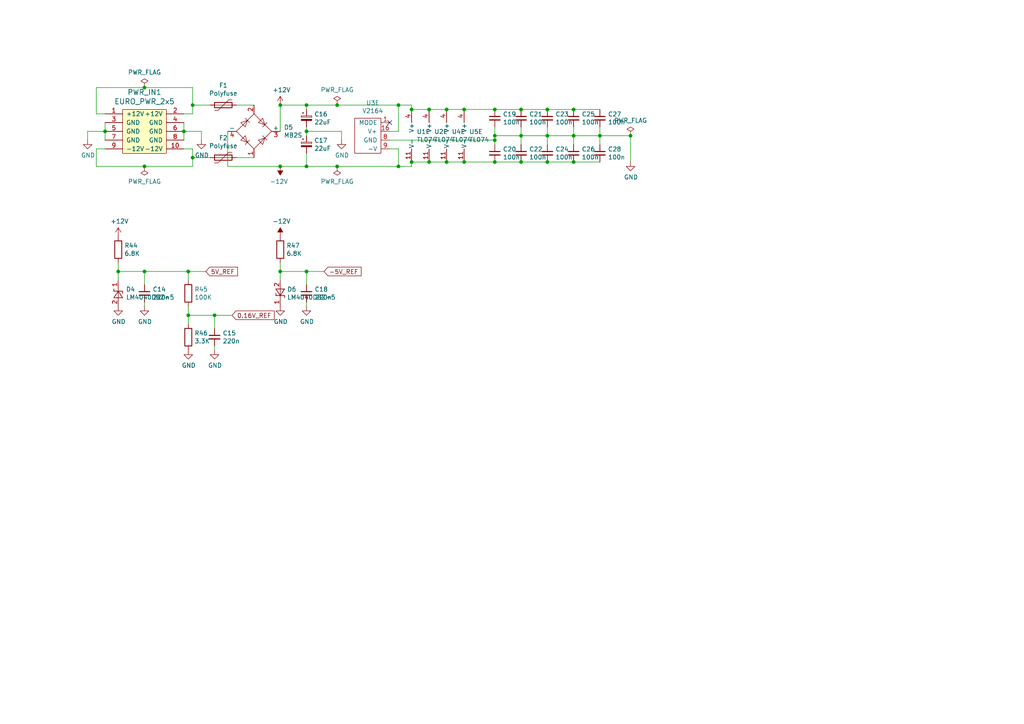
<source format=kicad_sch>
(kicad_sch (version 20211123) (generator eeschema)

  (uuid 452db4a7-3bd8-44c8-a934-364d5139adb9)

  (paper "A4")

  (lib_symbols
    (symbol "Amplifier_Operational:TL074" (pin_names (offset 0.127)) (in_bom yes) (on_board yes)
      (property "Reference" "U" (id 0) (at 0 5.08 0)
        (effects (font (size 1.27 1.27)) (justify left))
      )
      (property "Value" "TL074" (id 1) (at 0 -5.08 0)
        (effects (font (size 1.27 1.27)) (justify left))
      )
      (property "Footprint" "" (id 2) (at -1.27 2.54 0)
        (effects (font (size 1.27 1.27)) hide)
      )
      (property "Datasheet" "http://www.ti.com/lit/ds/symlink/tl071.pdf" (id 3) (at 1.27 5.08 0)
        (effects (font (size 1.27 1.27)) hide)
      )
      (property "ki_locked" "" (id 4) (at 0 0 0)
        (effects (font (size 1.27 1.27)))
      )
      (property "ki_keywords" "quad opamp" (id 5) (at 0 0 0)
        (effects (font (size 1.27 1.27)) hide)
      )
      (property "ki_description" "Quad Low-Noise JFET-Input Operational Amplifiers, DIP-14/SOIC-14" (id 6) (at 0 0 0)
        (effects (font (size 1.27 1.27)) hide)
      )
      (property "ki_fp_filters" "SOIC*3.9x8.7mm*P1.27mm* DIP*W7.62mm* TSSOP*4.4x5mm*P0.65mm* SSOP*5.3x6.2mm*P0.65mm* MSOP*3x3mm*P0.5mm*" (id 7) (at 0 0 0)
        (effects (font (size 1.27 1.27)) hide)
      )
      (symbol "TL074_1_1"
        (polyline
          (pts
            (xy -5.08 5.08)
            (xy 5.08 0)
            (xy -5.08 -5.08)
            (xy -5.08 5.08)
          )
          (stroke (width 0.254) (type default) (color 0 0 0 0))
          (fill (type background))
        )
        (pin output line (at 7.62 0 180) (length 2.54)
          (name "~" (effects (font (size 1.27 1.27))))
          (number "1" (effects (font (size 1.27 1.27))))
        )
        (pin input line (at -7.62 -2.54 0) (length 2.54)
          (name "-" (effects (font (size 1.27 1.27))))
          (number "2" (effects (font (size 1.27 1.27))))
        )
        (pin input line (at -7.62 2.54 0) (length 2.54)
          (name "+" (effects (font (size 1.27 1.27))))
          (number "3" (effects (font (size 1.27 1.27))))
        )
      )
      (symbol "TL074_2_1"
        (polyline
          (pts
            (xy -5.08 5.08)
            (xy 5.08 0)
            (xy -5.08 -5.08)
            (xy -5.08 5.08)
          )
          (stroke (width 0.254) (type default) (color 0 0 0 0))
          (fill (type background))
        )
        (pin input line (at -7.62 2.54 0) (length 2.54)
          (name "+" (effects (font (size 1.27 1.27))))
          (number "5" (effects (font (size 1.27 1.27))))
        )
        (pin input line (at -7.62 -2.54 0) (length 2.54)
          (name "-" (effects (font (size 1.27 1.27))))
          (number "6" (effects (font (size 1.27 1.27))))
        )
        (pin output line (at 7.62 0 180) (length 2.54)
          (name "~" (effects (font (size 1.27 1.27))))
          (number "7" (effects (font (size 1.27 1.27))))
        )
      )
      (symbol "TL074_3_1"
        (polyline
          (pts
            (xy -5.08 5.08)
            (xy 5.08 0)
            (xy -5.08 -5.08)
            (xy -5.08 5.08)
          )
          (stroke (width 0.254) (type default) (color 0 0 0 0))
          (fill (type background))
        )
        (pin input line (at -7.62 2.54 0) (length 2.54)
          (name "+" (effects (font (size 1.27 1.27))))
          (number "10" (effects (font (size 1.27 1.27))))
        )
        (pin output line (at 7.62 0 180) (length 2.54)
          (name "~" (effects (font (size 1.27 1.27))))
          (number "8" (effects (font (size 1.27 1.27))))
        )
        (pin input line (at -7.62 -2.54 0) (length 2.54)
          (name "-" (effects (font (size 1.27 1.27))))
          (number "9" (effects (font (size 1.27 1.27))))
        )
      )
      (symbol "TL074_4_1"
        (polyline
          (pts
            (xy -5.08 5.08)
            (xy 5.08 0)
            (xy -5.08 -5.08)
            (xy -5.08 5.08)
          )
          (stroke (width 0.254) (type default) (color 0 0 0 0))
          (fill (type background))
        )
        (pin input line (at -7.62 2.54 0) (length 2.54)
          (name "+" (effects (font (size 1.27 1.27))))
          (number "12" (effects (font (size 1.27 1.27))))
        )
        (pin input line (at -7.62 -2.54 0) (length 2.54)
          (name "-" (effects (font (size 1.27 1.27))))
          (number "13" (effects (font (size 1.27 1.27))))
        )
        (pin output line (at 7.62 0 180) (length 2.54)
          (name "~" (effects (font (size 1.27 1.27))))
          (number "14" (effects (font (size 1.27 1.27))))
        )
      )
      (symbol "TL074_5_1"
        (pin power_in line (at -2.54 -7.62 90) (length 3.81)
          (name "V-" (effects (font (size 1.27 1.27))))
          (number "11" (effects (font (size 1.27 1.27))))
        )
        (pin power_in line (at -2.54 7.62 270) (length 3.81)
          (name "V+" (effects (font (size 1.27 1.27))))
          (number "4" (effects (font (size 1.27 1.27))))
        )
      )
    )
    (symbol "Device:CP_Small" (pin_numbers hide) (pin_names (offset 0.254) hide) (in_bom yes) (on_board yes)
      (property "Reference" "C" (id 0) (at 0.254 1.778 0)
        (effects (font (size 1.27 1.27)) (justify left))
      )
      (property "Value" "Device_CP_Small" (id 1) (at 0.254 -2.032 0)
        (effects (font (size 1.27 1.27)) (justify left))
      )
      (property "Footprint" "" (id 2) (at 0 0 0)
        (effects (font (size 1.27 1.27)) hide)
      )
      (property "Datasheet" "" (id 3) (at 0 0 0)
        (effects (font (size 1.27 1.27)) hide)
      )
      (property "ki_fp_filters" "CP_*" (id 4) (at 0 0 0)
        (effects (font (size 1.27 1.27)) hide)
      )
      (symbol "CP_Small_0_1"
        (rectangle (start -1.524 -0.3048) (end 1.524 -0.6858)
          (stroke (width 0) (type default) (color 0 0 0 0))
          (fill (type outline))
        )
        (rectangle (start -1.524 0.6858) (end 1.524 0.3048)
          (stroke (width 0) (type default) (color 0 0 0 0))
          (fill (type none))
        )
        (polyline
          (pts
            (xy -1.27 1.524)
            (xy -0.762 1.524)
          )
          (stroke (width 0) (type default) (color 0 0 0 0))
          (fill (type none))
        )
        (polyline
          (pts
            (xy -1.016 1.27)
            (xy -1.016 1.778)
          )
          (stroke (width 0) (type default) (color 0 0 0 0))
          (fill (type none))
        )
      )
      (symbol "CP_Small_1_1"
        (pin passive line (at 0 2.54 270) (length 1.8542)
          (name "~" (effects (font (size 1.27 1.27))))
          (number "1" (effects (font (size 1.27 1.27))))
        )
        (pin passive line (at 0 -2.54 90) (length 1.8542)
          (name "~" (effects (font (size 1.27 1.27))))
          (number "2" (effects (font (size 1.27 1.27))))
        )
      )
    )
    (symbol "Device:C_Small" (pin_numbers hide) (pin_names (offset 0.254) hide) (in_bom yes) (on_board yes)
      (property "Reference" "C" (id 0) (at 0.254 1.778 0)
        (effects (font (size 1.27 1.27)) (justify left))
      )
      (property "Value" "C_Small" (id 1) (at 0.254 -2.032 0)
        (effects (font (size 1.27 1.27)) (justify left))
      )
      (property "Footprint" "" (id 2) (at 0 0 0)
        (effects (font (size 1.27 1.27)) hide)
      )
      (property "Datasheet" "~" (id 3) (at 0 0 0)
        (effects (font (size 1.27 1.27)) hide)
      )
      (property "ki_keywords" "capacitor cap" (id 4) (at 0 0 0)
        (effects (font (size 1.27 1.27)) hide)
      )
      (property "ki_description" "Unpolarized capacitor, small symbol" (id 5) (at 0 0 0)
        (effects (font (size 1.27 1.27)) hide)
      )
      (property "ki_fp_filters" "C_*" (id 6) (at 0 0 0)
        (effects (font (size 1.27 1.27)) hide)
      )
      (symbol "C_Small_0_1"
        (polyline
          (pts
            (xy -1.524 -0.508)
            (xy 1.524 -0.508)
          )
          (stroke (width 0.3302) (type default) (color 0 0 0 0))
          (fill (type none))
        )
        (polyline
          (pts
            (xy -1.524 0.508)
            (xy 1.524 0.508)
          )
          (stroke (width 0.3048) (type default) (color 0 0 0 0))
          (fill (type none))
        )
      )
      (symbol "C_Small_1_1"
        (pin passive line (at 0 2.54 270) (length 2.032)
          (name "~" (effects (font (size 1.27 1.27))))
          (number "1" (effects (font (size 1.27 1.27))))
        )
        (pin passive line (at 0 -2.54 90) (length 2.032)
          (name "~" (effects (font (size 1.27 1.27))))
          (number "2" (effects (font (size 1.27 1.27))))
        )
      )
    )
    (symbol "Device:Polyfuse" (pin_numbers hide) (pin_names (offset 0)) (in_bom yes) (on_board yes)
      (property "Reference" "F" (id 0) (at -2.54 0 90)
        (effects (font (size 1.27 1.27)))
      )
      (property "Value" "Polyfuse" (id 1) (at 2.54 0 90)
        (effects (font (size 1.27 1.27)))
      )
      (property "Footprint" "" (id 2) (at 1.27 -5.08 0)
        (effects (font (size 1.27 1.27)) (justify left) hide)
      )
      (property "Datasheet" "~" (id 3) (at 0 0 0)
        (effects (font (size 1.27 1.27)) hide)
      )
      (property "ki_keywords" "resettable fuse PTC PPTC polyfuse polyswitch" (id 4) (at 0 0 0)
        (effects (font (size 1.27 1.27)) hide)
      )
      (property "ki_description" "Resettable fuse, polymeric positive temperature coefficient" (id 5) (at 0 0 0)
        (effects (font (size 1.27 1.27)) hide)
      )
      (property "ki_fp_filters" "*polyfuse* *PTC*" (id 6) (at 0 0 0)
        (effects (font (size 1.27 1.27)) hide)
      )
      (symbol "Polyfuse_0_1"
        (rectangle (start -0.762 2.54) (end 0.762 -2.54)
          (stroke (width 0.254) (type default) (color 0 0 0 0))
          (fill (type none))
        )
        (polyline
          (pts
            (xy 0 2.54)
            (xy 0 -2.54)
          )
          (stroke (width 0) (type default) (color 0 0 0 0))
          (fill (type none))
        )
        (polyline
          (pts
            (xy -1.524 2.54)
            (xy -1.524 1.524)
            (xy 1.524 -1.524)
            (xy 1.524 -2.54)
          )
          (stroke (width 0) (type default) (color 0 0 0 0))
          (fill (type none))
        )
      )
      (symbol "Polyfuse_1_1"
        (pin passive line (at 0 3.81 270) (length 1.27)
          (name "~" (effects (font (size 1.27 1.27))))
          (number "1" (effects (font (size 1.27 1.27))))
        )
        (pin passive line (at 0 -3.81 90) (length 1.27)
          (name "~" (effects (font (size 1.27 1.27))))
          (number "2" (effects (font (size 1.27 1.27))))
        )
      )
    )
    (symbol "Device:R" (pin_numbers hide) (pin_names (offset 0)) (in_bom yes) (on_board yes)
      (property "Reference" "R" (id 0) (at 2.032 0 90)
        (effects (font (size 1.27 1.27)))
      )
      (property "Value" "R" (id 1) (at 0 0 90)
        (effects (font (size 1.27 1.27)))
      )
      (property "Footprint" "" (id 2) (at -1.778 0 90)
        (effects (font (size 1.27 1.27)) hide)
      )
      (property "Datasheet" "~" (id 3) (at 0 0 0)
        (effects (font (size 1.27 1.27)) hide)
      )
      (property "ki_keywords" "R res resistor" (id 4) (at 0 0 0)
        (effects (font (size 1.27 1.27)) hide)
      )
      (property "ki_description" "Resistor" (id 5) (at 0 0 0)
        (effects (font (size 1.27 1.27)) hide)
      )
      (property "ki_fp_filters" "R_*" (id 6) (at 0 0 0)
        (effects (font (size 1.27 1.27)) hide)
      )
      (symbol "R_0_1"
        (rectangle (start -1.016 -2.54) (end 1.016 2.54)
          (stroke (width 0.254) (type default) (color 0 0 0 0))
          (fill (type none))
        )
      )
      (symbol "R_1_1"
        (pin passive line (at 0 3.81 270) (length 1.27)
          (name "~" (effects (font (size 1.27 1.27))))
          (number "1" (effects (font (size 1.27 1.27))))
        )
        (pin passive line (at 0 -3.81 90) (length 1.27)
          (name "~" (effects (font (size 1.27 1.27))))
          (number "2" (effects (font (size 1.27 1.27))))
        )
      )
    )
    (symbol "Diode_Bridge:MB2S" (pin_names (offset 0)) (in_bom yes) (on_board yes)
      (property "Reference" "D" (id 0) (at 2.54 6.985 0)
        (effects (font (size 1.27 1.27)) (justify left))
      )
      (property "Value" "MB2S" (id 1) (at 2.54 5.08 0)
        (effects (font (size 1.27 1.27)) (justify left))
      )
      (property "Footprint" "Package_TO_SOT_SMD:TO-269AA" (id 2) (at 3.81 3.175 0)
        (effects (font (size 1.27 1.27)) (justify left) hide)
      )
      (property "Datasheet" "http://www.vishay.com/docs/88661/mb2s.pdf" (id 3) (at 0 0 0)
        (effects (font (size 1.27 1.27)) hide)
      )
      (property "ki_keywords" "rectifier acdc" (id 4) (at 0 0 0)
        (effects (font (size 1.27 1.27)) hide)
      )
      (property "ki_description" "Miniature Glass Passivated Single-Phase Surface Mount Bridge Rectifiers, 140V Vrms, 0.5A If, TO-269AA" (id 5) (at 0 0 0)
        (effects (font (size 1.27 1.27)) hide)
      )
      (property "ki_fp_filters" "TO?269AA*" (id 6) (at 0 0 0)
        (effects (font (size 1.27 1.27)) hide)
      )
      (symbol "MB2S_0_1"
        (polyline
          (pts
            (xy -2.54 3.81)
            (xy -1.27 2.54)
          )
          (stroke (width 0) (type default) (color 0 0 0 0))
          (fill (type none))
        )
        (polyline
          (pts
            (xy -1.27 -2.54)
            (xy -2.54 -3.81)
          )
          (stroke (width 0) (type default) (color 0 0 0 0))
          (fill (type none))
        )
        (polyline
          (pts
            (xy 2.54 -1.27)
            (xy 3.81 -2.54)
          )
          (stroke (width 0) (type default) (color 0 0 0 0))
          (fill (type none))
        )
        (polyline
          (pts
            (xy 2.54 1.27)
            (xy 3.81 2.54)
          )
          (stroke (width 0) (type default) (color 0 0 0 0))
          (fill (type none))
        )
        (polyline
          (pts
            (xy -3.81 2.54)
            (xy -2.54 1.27)
            (xy -1.905 3.175)
            (xy -3.81 2.54)
          )
          (stroke (width 0) (type default) (color 0 0 0 0))
          (fill (type none))
        )
        (polyline
          (pts
            (xy -2.54 -1.27)
            (xy -3.81 -2.54)
            (xy -1.905 -3.175)
            (xy -2.54 -1.27)
          )
          (stroke (width 0) (type default) (color 0 0 0 0))
          (fill (type none))
        )
        (polyline
          (pts
            (xy 1.27 2.54)
            (xy 2.54 3.81)
            (xy 3.175 1.905)
            (xy 1.27 2.54)
          )
          (stroke (width 0) (type default) (color 0 0 0 0))
          (fill (type none))
        )
        (polyline
          (pts
            (xy 3.175 -1.905)
            (xy 1.27 -2.54)
            (xy 2.54 -3.81)
            (xy 3.175 -1.905)
          )
          (stroke (width 0) (type default) (color 0 0 0 0))
          (fill (type none))
        )
        (polyline
          (pts
            (xy -5.08 0)
            (xy 0 -5.08)
            (xy 5.08 0)
            (xy 0 5.08)
            (xy -5.08 0)
          )
          (stroke (width 0) (type default) (color 0 0 0 0))
          (fill (type none))
        )
      )
      (symbol "MB2S_1_1"
        (pin passive line (at 0 -7.62 90) (length 2.54)
          (name "~" (effects (font (size 1.27 1.27))))
          (number "1" (effects (font (size 1.27 1.27))))
        )
        (pin passive line (at 0 7.62 270) (length 2.54)
          (name "~" (effects (font (size 1.27 1.27))))
          (number "2" (effects (font (size 1.27 1.27))))
        )
        (pin passive line (at 7.62 0 180) (length 2.54)
          (name "+" (effects (font (size 1.27 1.27))))
          (number "3" (effects (font (size 1.27 1.27))))
        )
        (pin passive line (at -7.62 0 0) (length 2.54)
          (name "-" (effects (font (size 1.27 1.27))))
          (number "4" (effects (font (size 1.27 1.27))))
        )
      )
    )
    (symbol "Reference_Voltage:LM4040DBZ-5" (pin_names (offset 0.0254) hide) (in_bom yes) (on_board yes)
      (property "Reference" "U" (id 0) (at 0 2.54 0)
        (effects (font (size 1.27 1.27)))
      )
      (property "Value" "LM4040DBZ-5" (id 1) (at 0 -3.175 0)
        (effects (font (size 1.27 1.27)))
      )
      (property "Footprint" "Package_TO_SOT_SMD:SOT-23" (id 2) (at 0 -5.08 0)
        (effects (font (size 1.27 1.27) italic) hide)
      )
      (property "Datasheet" "http://www.ti.com/lit/ds/symlink/lm4040-n.pdf" (id 3) (at 0 0 0)
        (effects (font (size 1.27 1.27) italic) hide)
      )
      (property "ki_keywords" "diode device voltage reference shunt" (id 4) (at 0 0 0)
        (effects (font (size 1.27 1.27)) hide)
      )
      (property "ki_description" "5.000V Precision Micropower Shunt Voltage Reference, SOT-23" (id 5) (at 0 0 0)
        (effects (font (size 1.27 1.27)) hide)
      )
      (property "ki_fp_filters" "SOT?23*" (id 6) (at 0 0 0)
        (effects (font (size 1.27 1.27)) hide)
      )
      (symbol "LM4040DBZ-5_0_1"
        (polyline
          (pts
            (xy -1.27 0)
            (xy 0 0)
            (xy 1.27 0)
          )
          (stroke (width 0) (type default) (color 0 0 0 0))
          (fill (type none))
        )
        (polyline
          (pts
            (xy -1.27 -1.27)
            (xy 0.635 0)
            (xy -1.27 1.27)
            (xy -1.27 -1.27)
          )
          (stroke (width 0.2032) (type default) (color 0 0 0 0))
          (fill (type none))
        )
        (polyline
          (pts
            (xy 0 -1.27)
            (xy 0.635 -1.27)
            (xy 0.635 1.27)
            (xy 1.27 1.27)
          )
          (stroke (width 0.2032) (type default) (color 0 0 0 0))
          (fill (type none))
        )
      )
      (symbol "LM4040DBZ-5_1_1"
        (pin passive line (at 3.81 0 180) (length 2.54)
          (name "K" (effects (font (size 1.27 1.27))))
          (number "1" (effects (font (size 1.27 1.27))))
        )
        (pin passive line (at -3.81 0 0) (length 2.54)
          (name "A" (effects (font (size 1.27 1.27))))
          (number "2" (effects (font (size 1.27 1.27))))
        )
      )
    )
    (symbol "eurocad:EURO_PWR_2x5" (pin_names (offset 1.016)) (in_bom yes) (on_board yes)
      (property "Reference" "J" (id 0) (at 0 -7.62 0)
        (effects (font (size 1.524 1.524)))
      )
      (property "Value" "eurocad_EURO_PWR_2x5" (id 1) (at 0 7.62 0)
        (effects (font (size 1.524 1.524)))
      )
      (property "Footprint" "" (id 2) (at 0 0 0)
        (effects (font (size 1.524 1.524)))
      )
      (property "Datasheet" "" (id 3) (at 0 0 0)
        (effects (font (size 1.524 1.524)))
      )
      (symbol "EURO_PWR_2x5_0_1"
        (rectangle (start -6.35 6.35) (end 6.35 -6.35)
          (stroke (width 0) (type default) (color 0 0 0 0))
          (fill (type background))
        )
      )
      (symbol "EURO_PWR_2x5_1_1"
        (pin power_in line (at -11.43 5.08 0) (length 5.08)
          (name "+12V" (effects (font (size 1.27 1.27))))
          (number "1" (effects (font (size 1.27 1.27))))
        )
        (pin power_in line (at 11.43 -5.08 180) (length 5.08)
          (name "-12V" (effects (font (size 1.27 1.27))))
          (number "10" (effects (font (size 1.27 1.27))))
        )
        (pin power_in line (at 11.43 5.08 180) (length 5.08)
          (name "+12V" (effects (font (size 1.27 1.27))))
          (number "2" (effects (font (size 1.27 1.27))))
        )
        (pin power_in line (at -11.43 2.54 0) (length 5.08)
          (name "GND" (effects (font (size 1.27 1.27))))
          (number "3" (effects (font (size 1.27 1.27))))
        )
        (pin power_in line (at 11.43 2.54 180) (length 5.08)
          (name "GND" (effects (font (size 1.27 1.27))))
          (number "4" (effects (font (size 1.27 1.27))))
        )
        (pin power_in line (at -11.43 0 0) (length 5.08)
          (name "GND" (effects (font (size 1.27 1.27))))
          (number "5" (effects (font (size 1.27 1.27))))
        )
        (pin power_in line (at 11.43 0 180) (length 5.08)
          (name "GND" (effects (font (size 1.27 1.27))))
          (number "6" (effects (font (size 1.27 1.27))))
        )
        (pin power_in line (at -11.43 -2.54 0) (length 5.08)
          (name "GND" (effects (font (size 1.27 1.27))))
          (number "7" (effects (font (size 1.27 1.27))))
        )
        (pin power_in line (at 11.43 -2.54 180) (length 5.08)
          (name "GND" (effects (font (size 1.27 1.27))))
          (number "8" (effects (font (size 1.27 1.27))))
        )
        (pin power_in line (at -11.43 -5.08 0) (length 5.08)
          (name "-12V" (effects (font (size 1.27 1.27))))
          (number "9" (effects (font (size 1.27 1.27))))
        )
      )
    )
    (symbol "power:+12V" (power) (pin_names (offset 0)) (in_bom yes) (on_board yes)
      (property "Reference" "#PWR" (id 0) (at 0 -3.81 0)
        (effects (font (size 1.27 1.27)) hide)
      )
      (property "Value" "+12V" (id 1) (at 0 3.556 0)
        (effects (font (size 1.27 1.27)))
      )
      (property "Footprint" "" (id 2) (at 0 0 0)
        (effects (font (size 1.27 1.27)) hide)
      )
      (property "Datasheet" "" (id 3) (at 0 0 0)
        (effects (font (size 1.27 1.27)) hide)
      )
      (property "ki_keywords" "power-flag" (id 4) (at 0 0 0)
        (effects (font (size 1.27 1.27)) hide)
      )
      (property "ki_description" "Power symbol creates a global label with name \"+12V\"" (id 5) (at 0 0 0)
        (effects (font (size 1.27 1.27)) hide)
      )
      (symbol "+12V_0_1"
        (polyline
          (pts
            (xy -0.762 1.27)
            (xy 0 2.54)
          )
          (stroke (width 0) (type default) (color 0 0 0 0))
          (fill (type none))
        )
        (polyline
          (pts
            (xy 0 0)
            (xy 0 2.54)
          )
          (stroke (width 0) (type default) (color 0 0 0 0))
          (fill (type none))
        )
        (polyline
          (pts
            (xy 0 2.54)
            (xy 0.762 1.27)
          )
          (stroke (width 0) (type default) (color 0 0 0 0))
          (fill (type none))
        )
      )
      (symbol "+12V_1_1"
        (pin power_in line (at 0 0 90) (length 0) hide
          (name "+12V" (effects (font (size 1.27 1.27))))
          (number "1" (effects (font (size 1.27 1.27))))
        )
      )
    )
    (symbol "power:-12V" (power) (pin_names (offset 0)) (in_bom yes) (on_board yes)
      (property "Reference" "#PWR" (id 0) (at 0 2.54 0)
        (effects (font (size 1.27 1.27)) hide)
      )
      (property "Value" "-12V" (id 1) (at 0 3.81 0)
        (effects (font (size 1.27 1.27)))
      )
      (property "Footprint" "" (id 2) (at 0 0 0)
        (effects (font (size 1.27 1.27)) hide)
      )
      (property "Datasheet" "" (id 3) (at 0 0 0)
        (effects (font (size 1.27 1.27)) hide)
      )
      (property "ki_keywords" "power-flag" (id 4) (at 0 0 0)
        (effects (font (size 1.27 1.27)) hide)
      )
      (property "ki_description" "Power symbol creates a global label with name \"-12V\"" (id 5) (at 0 0 0)
        (effects (font (size 1.27 1.27)) hide)
      )
      (symbol "-12V_0_0"
        (pin power_in line (at 0 0 90) (length 0) hide
          (name "-12V" (effects (font (size 1.27 1.27))))
          (number "1" (effects (font (size 1.27 1.27))))
        )
      )
      (symbol "-12V_0_1"
        (polyline
          (pts
            (xy 0 0)
            (xy 0 1.27)
            (xy 0.762 1.27)
            (xy 0 2.54)
            (xy -0.762 1.27)
            (xy 0 1.27)
          )
          (stroke (width 0) (type default) (color 0 0 0 0))
          (fill (type outline))
        )
      )
    )
    (symbol "power:GND" (power) (pin_names (offset 0)) (in_bom yes) (on_board yes)
      (property "Reference" "#PWR" (id 0) (at 0 -6.35 0)
        (effects (font (size 1.27 1.27)) hide)
      )
      (property "Value" "GND" (id 1) (at 0 -3.81 0)
        (effects (font (size 1.27 1.27)))
      )
      (property "Footprint" "" (id 2) (at 0 0 0)
        (effects (font (size 1.27 1.27)) hide)
      )
      (property "Datasheet" "" (id 3) (at 0 0 0)
        (effects (font (size 1.27 1.27)) hide)
      )
      (property "ki_keywords" "power-flag" (id 4) (at 0 0 0)
        (effects (font (size 1.27 1.27)) hide)
      )
      (property "ki_description" "Power symbol creates a global label with name \"GND\" , ground" (id 5) (at 0 0 0)
        (effects (font (size 1.27 1.27)) hide)
      )
      (symbol "GND_0_1"
        (polyline
          (pts
            (xy 0 0)
            (xy 0 -1.27)
            (xy 1.27 -1.27)
            (xy 0 -2.54)
            (xy -1.27 -1.27)
            (xy 0 -1.27)
          )
          (stroke (width 0) (type default) (color 0 0 0 0))
          (fill (type none))
        )
      )
      (symbol "GND_1_1"
        (pin power_in line (at 0 0 270) (length 0) hide
          (name "GND" (effects (font (size 1.27 1.27))))
          (number "1" (effects (font (size 1.27 1.27))))
        )
      )
    )
    (symbol "power:PWR_FLAG" (power) (pin_numbers hide) (pin_names (offset 0) hide) (in_bom yes) (on_board yes)
      (property "Reference" "#FLG" (id 0) (at 0 1.905 0)
        (effects (font (size 1.27 1.27)) hide)
      )
      (property "Value" "PWR_FLAG" (id 1) (at 0 3.81 0)
        (effects (font (size 1.27 1.27)))
      )
      (property "Footprint" "" (id 2) (at 0 0 0)
        (effects (font (size 1.27 1.27)) hide)
      )
      (property "Datasheet" "~" (id 3) (at 0 0 0)
        (effects (font (size 1.27 1.27)) hide)
      )
      (property "ki_keywords" "power-flag" (id 4) (at 0 0 0)
        (effects (font (size 1.27 1.27)) hide)
      )
      (property "ki_description" "Special symbol for telling ERC where power comes from" (id 5) (at 0 0 0)
        (effects (font (size 1.27 1.27)) hide)
      )
      (symbol "PWR_FLAG_0_0"
        (pin power_out line (at 0 0 90) (length 0)
          (name "pwr" (effects (font (size 1.27 1.27))))
          (number "1" (effects (font (size 1.27 1.27))))
        )
      )
      (symbol "PWR_FLAG_0_1"
        (polyline
          (pts
            (xy 0 0)
            (xy 0 1.27)
            (xy -1.016 1.905)
            (xy 0 2.54)
            (xy 1.016 1.905)
            (xy 0 1.27)
          )
          (stroke (width 0) (type default) (color 0 0 0 0))
          (fill (type none))
        )
      )
    )
    (symbol "v2164:V2164" (pin_names (offset 1.016)) (in_bom yes) (on_board yes)
      (property "Reference" "U" (id 0) (at 2.54 8.89 0)
        (effects (font (size 1.27 1.27)))
      )
      (property "Value" "v2164_V2164" (id 1) (at 2.54 6.35 0)
        (effects (font (size 1.27 1.27)))
      )
      (property "Footprint" "" (id 2) (at 0 0 0)
        (effects (font (size 1.27 1.27)) hide)
      )
      (property "Datasheet" "" (id 3) (at 0 0 0)
        (effects (font (size 1.27 1.27)) hide)
      )
      (property "ki_locked" "" (id 4) (at 0 0 0)
        (effects (font (size 1.27 1.27)))
      )
      (symbol "V2164_1_1"
        (rectangle (start -5.08 3.81) (end 0 -3.81)
          (stroke (width 0) (type default) (color 0 0 0 0))
          (fill (type none))
        )
        (polyline
          (pts
            (xy -5.08 -3.81)
            (xy 0 3.81)
          )
          (stroke (width 0) (type default) (color 0 0 0 0))
          (fill (type none))
        )
        (polyline
          (pts
            (xy -5.08 3.81)
            (xy 0 -3.81)
          )
          (stroke (width 0) (type default) (color 0 0 0 0))
          (fill (type none))
        )
        (polyline
          (pts
            (xy 0 -3.81)
            (xy 6.35 0)
            (xy 0 3.81)
          )
          (stroke (width 0) (type default) (color 0 0 0 0))
          (fill (type none))
        )
        (pin input line (at -7.62 0 0) (length 2.54)
          (name "~" (effects (font (size 1.27 1.27))))
          (number "2" (effects (font (size 1.27 1.27))))
        )
        (pin input line (at -2.54 6.35 270) (length 2.54)
          (name "~" (effects (font (size 1.27 1.27))))
          (number "3" (effects (font (size 1.27 1.27))))
        )
        (pin output line (at 8.89 0 180) (length 2.54)
          (name "~" (effects (font (size 1.27 1.27))))
          (number "4" (effects (font (size 1.27 1.27))))
        )
      )
      (symbol "V2164_2_1"
        (rectangle (start -5.08 3.81) (end 0 -3.81)
          (stroke (width 0) (type default) (color 0 0 0 0))
          (fill (type none))
        )
        (polyline
          (pts
            (xy -5.08 -3.81)
            (xy 0 3.81)
          )
          (stroke (width 0) (type default) (color 0 0 0 0))
          (fill (type none))
        )
        (polyline
          (pts
            (xy -5.08 3.81)
            (xy 0 -3.81)
          )
          (stroke (width 0) (type default) (color 0 0 0 0))
          (fill (type none))
        )
        (polyline
          (pts
            (xy 0 -3.81)
            (xy 6.35 0)
            (xy 0 3.81)
          )
          (stroke (width 0) (type default) (color 0 0 0 0))
          (fill (type none))
        )
        (pin output line (at 8.89 0 180) (length 2.54)
          (name "~" (effects (font (size 1.27 1.27))))
          (number "5" (effects (font (size 1.27 1.27))))
        )
        (pin input line (at -2.54 6.35 270) (length 2.54)
          (name "~" (effects (font (size 1.27 1.27))))
          (number "6" (effects (font (size 1.27 1.27))))
        )
        (pin input line (at -7.62 0 0) (length 2.54)
          (name "~" (effects (font (size 1.27 1.27))))
          (number "7" (effects (font (size 1.27 1.27))))
        )
      )
      (symbol "V2164_3_1"
        (rectangle (start -5.08 3.81) (end 0 -3.81)
          (stroke (width 0) (type default) (color 0 0 0 0))
          (fill (type none))
        )
        (polyline
          (pts
            (xy -5.08 -3.81)
            (xy 0 3.81)
          )
          (stroke (width 0) (type default) (color 0 0 0 0))
          (fill (type none))
        )
        (polyline
          (pts
            (xy -5.08 3.81)
            (xy 0 -3.81)
          )
          (stroke (width 0) (type default) (color 0 0 0 0))
          (fill (type none))
        )
        (polyline
          (pts
            (xy 0 -3.81)
            (xy 6.35 0)
            (xy 0 3.81)
          )
          (stroke (width 0) (type default) (color 0 0 0 0))
          (fill (type none))
        )
        (pin input line (at -7.62 0 0) (length 2.54)
          (name "~" (effects (font (size 1.27 1.27))))
          (number "10" (effects (font (size 1.27 1.27))))
        )
        (pin input line (at -2.54 6.35 270) (length 2.54)
          (name "~" (effects (font (size 1.27 1.27))))
          (number "11" (effects (font (size 1.27 1.27))))
        )
        (pin output line (at 8.89 0 180) (length 2.54)
          (name "~" (effects (font (size 1.27 1.27))))
          (number "12" (effects (font (size 1.27 1.27))))
        )
      )
      (symbol "V2164_4_1"
        (rectangle (start -5.08 3.81) (end 0 -3.81)
          (stroke (width 0) (type default) (color 0 0 0 0))
          (fill (type none))
        )
        (polyline
          (pts
            (xy -5.08 -3.81)
            (xy 0 3.81)
          )
          (stroke (width 0) (type default) (color 0 0 0 0))
          (fill (type none))
        )
        (polyline
          (pts
            (xy -5.08 3.81)
            (xy 0 -3.81)
          )
          (stroke (width 0) (type default) (color 0 0 0 0))
          (fill (type none))
        )
        (polyline
          (pts
            (xy 0 -3.81)
            (xy 6.35 0)
            (xy 0 3.81)
          )
          (stroke (width 0) (type default) (color 0 0 0 0))
          (fill (type none))
        )
        (pin output line (at 8.89 0 180) (length 2.54)
          (name "~" (effects (font (size 1.27 1.27))))
          (number "13" (effects (font (size 1.27 1.27))))
        )
        (pin input line (at -2.54 6.35 270) (length 2.54)
          (name "~" (effects (font (size 1.27 1.27))))
          (number "14" (effects (font (size 1.27 1.27))))
        )
        (pin input line (at -7.62 0 0) (length 2.54)
          (name "~" (effects (font (size 1.27 1.27))))
          (number "15" (effects (font (size 1.27 1.27))))
        )
      )
      (symbol "V2164_5_1"
        (rectangle (start 5.08 5.08) (end -2.54 -5.08)
          (stroke (width 0) (type default) (color 0 0 0 0))
          (fill (type none))
        )
        (pin input line (at 7.62 3.81 180) (length 2.54)
          (name "MODE" (effects (font (size 1.27 1.27))))
          (number "1" (effects (font (size 1.27 1.27))))
        )
        (pin power_in line (at 7.62 1.27 180) (length 2.54)
          (name "V+" (effects (font (size 1.27 1.27))))
          (number "16" (effects (font (size 1.27 1.27))))
        )
        (pin power_in line (at 7.62 -1.27 180) (length 2.54)
          (name "GND" (effects (font (size 1.27 1.27))))
          (number "8" (effects (font (size 1.27 1.27))))
        )
        (pin power_in line (at 7.62 -3.81 180) (length 2.54)
          (name "-V" (effects (font (size 1.27 1.27))))
          (number "9" (effects (font (size 1.27 1.27))))
        )
      )
    )
  )

  (junction (at 55.88 45.72) (diameter 0) (color 0 0 0 0)
    (uuid 0753f9f8-94ef-4d8c-ad85-0735beeedc54)
  )
  (junction (at 119.38 31.75) (diameter 0) (color 0 0 0 0)
    (uuid 08aa315e-6f02-44a8-8152-f1d4497ecc9a)
  )
  (junction (at 158.75 46.99) (diameter 0) (color 0 0 0 0)
    (uuid 0c6be980-ffff-408c-b6aa-b3ba1f958afb)
  )
  (junction (at 143.51 46.99) (diameter 0) (color 0 0 0 0)
    (uuid 15136f0b-8219-4ae7-9a75-927f60c0012d)
  )
  (junction (at 81.28 30.48) (diameter 0) (color 0 0 0 0)
    (uuid 15829316-ea43-44e5-bd4b-32bcccc45a87)
  )
  (junction (at 30.48 38.1) (diameter 0) (color 0 0 0 0)
    (uuid 1764f78d-564a-4ae3-b226-e8bfd3575ebb)
  )
  (junction (at 81.28 48.26) (diameter 0) (color 0 0 0 0)
    (uuid 181a95f4-22f2-43b3-92f5-384378c41f2d)
  )
  (junction (at 41.91 25.4) (diameter 0) (color 0 0 0 0)
    (uuid 20df22bd-ed37-4486-b7c1-de98c0617cc6)
  )
  (junction (at 166.37 31.75) (diameter 0) (color 0 0 0 0)
    (uuid 26688617-b1f1-4d82-b7da-4e810aa642cc)
  )
  (junction (at 115.57 48.26) (diameter 0) (color 0 0 0 0)
    (uuid 26880f22-e074-459f-8729-84db97f56298)
  )
  (junction (at 143.51 31.75) (diameter 0) (color 0 0 0 0)
    (uuid 2f9223d0-4f92-494a-9718-695c1bd64740)
  )
  (junction (at 134.62 31.75) (diameter 0) (color 0 0 0 0)
    (uuid 302fbe94-51a1-4a82-8b4f-842526ab07b1)
  )
  (junction (at 166.37 46.99) (diameter 0) (color 0 0 0 0)
    (uuid 370cbe7a-281f-4cb0-ae38-309e1543852c)
  )
  (junction (at 151.13 46.99) (diameter 0) (color 0 0 0 0)
    (uuid 3ad9d5fd-fcf9-4a0a-b960-6208b6e8ec0e)
  )
  (junction (at 166.37 39.37) (diameter 0) (color 0 0 0 0)
    (uuid 3c04d99a-9b7f-4be0-80e0-cc3a8799a1fe)
  )
  (junction (at 55.88 30.48) (diameter 0) (color 0 0 0 0)
    (uuid 3eef4d8a-58f6-4d86-88d3-e09d7a258aac)
  )
  (junction (at 158.75 31.75) (diameter 0) (color 0 0 0 0)
    (uuid 46a23d67-547c-46bf-9a3d-01a905e6408d)
  )
  (junction (at 124.46 46.99) (diameter 0) (color 0 0 0 0)
    (uuid 65ee805c-d135-4694-8124-aa14d7852072)
  )
  (junction (at 54.61 78.74) (diameter 0) (color 0 0 0 0)
    (uuid 6a754f51-f941-438a-98b3-d5cf86af3d61)
  )
  (junction (at 97.79 48.26) (diameter 0) (color 0 0 0 0)
    (uuid 79d61add-0686-4cc9-acfd-78b795850674)
  )
  (junction (at 151.13 31.75) (diameter 0) (color 0 0 0 0)
    (uuid 7be0b660-3515-41d0-a1cf-502da1e74f56)
  )
  (junction (at 88.9 30.48) (diameter 0) (color 0 0 0 0)
    (uuid 7d5ed83d-3d56-4640-ae65-1c4804e73877)
  )
  (junction (at 124.46 31.75) (diameter 0) (color 0 0 0 0)
    (uuid 841e7abc-5593-4cb2-95d2-e2922c9ac72a)
  )
  (junction (at 41.91 48.26) (diameter 0) (color 0 0 0 0)
    (uuid 85e8e9ef-5747-44a0-8cec-9c4afb3940ba)
  )
  (junction (at 129.54 46.99) (diameter 0) (color 0 0 0 0)
    (uuid 8600b890-53bc-4712-b812-d23181eb1b58)
  )
  (junction (at 97.79 30.48) (diameter 0) (color 0 0 0 0)
    (uuid 8dd87ebf-cd1a-4a4e-a7ce-c19b48e90050)
  )
  (junction (at 54.61 91.44) (diameter 0) (color 0 0 0 0)
    (uuid 91756a61-d678-44f7-b1ab-498f2b519480)
  )
  (junction (at 173.99 39.37) (diameter 0) (color 0 0 0 0)
    (uuid 953084f0-8e5b-4803-9d24-50aacb7e49b2)
  )
  (junction (at 129.54 31.75) (diameter 0) (color 0 0 0 0)
    (uuid 954a7553-422c-4316-a450-8ae6e553db88)
  )
  (junction (at 151.13 39.37) (diameter 0) (color 0 0 0 0)
    (uuid 983fd000-ac0e-4da0-935a-eba43d5d26e4)
  )
  (junction (at 115.57 30.48) (diameter 0) (color 0 0 0 0)
    (uuid 9cfc7bdb-31db-4d39-b7cd-6ac78cd21a69)
  )
  (junction (at 119.38 46.99) (diameter 0) (color 0 0 0 0)
    (uuid b033d6d4-3e53-4a63-aafd-f6c082a9544c)
  )
  (junction (at 88.9 38.1) (diameter 0) (color 0 0 0 0)
    (uuid b0ef2146-0a16-4402-b37c-9527ee8b8807)
  )
  (junction (at 41.91 78.74) (diameter 0) (color 0 0 0 0)
    (uuid b3e4b827-ed02-4339-88ae-926a0597b7a2)
  )
  (junction (at 81.28 78.74) (diameter 0) (color 0 0 0 0)
    (uuid b4d98181-a849-439e-840e-bd101e0bf5b0)
  )
  (junction (at 143.51 40.64) (diameter 0) (color 0 0 0 0)
    (uuid b895ee09-3b01-4f01-bc78-663bd34bf2e6)
  )
  (junction (at 134.62 46.99) (diameter 0) (color 0 0 0 0)
    (uuid ccb86017-59bb-40a3-aa0b-374cf9b19c6c)
  )
  (junction (at 143.51 39.37) (diameter 0) (color 0 0 0 0)
    (uuid d4396d58-0869-42fd-9f0a-40c7a6fabb22)
  )
  (junction (at 88.9 48.26) (diameter 0) (color 0 0 0 0)
    (uuid da3cf38a-d084-4a2d-8f9e-4057ebea00d1)
  )
  (junction (at 182.88 39.37) (diameter 0) (color 0 0 0 0)
    (uuid df35deae-25f8-442e-9036-409721fe2c1d)
  )
  (junction (at 158.75 39.37) (diameter 0) (color 0 0 0 0)
    (uuid e06cb47e-dcc5-42d1-88f4-a0b0f82c2680)
  )
  (junction (at 53.34 38.1) (diameter 0) (color 0 0 0 0)
    (uuid e8629c18-9462-4148-93b4-7acf9af3eecf)
  )
  (junction (at 88.9 78.74) (diameter 0) (color 0 0 0 0)
    (uuid eb3fae70-b1b5-4a2d-b30d-108129cdd2ce)
  )
  (junction (at 62.23 91.44) (diameter 0) (color 0 0 0 0)
    (uuid ee7b6fea-9628-4231-ad32-78d3dddfe05d)
  )
  (junction (at 34.29 78.74) (diameter 0) (color 0 0 0 0)
    (uuid f879b7f4-99f2-4bba-ba9e-4c6ca41e5082)
  )

  (no_connect (at 113.03 35.56) (uuid 94cabdb6-77fd-40c3-af64-289d496e073a))

  (wire (pts (xy 113.03 38.1) (xy 115.57 38.1))
    (stroke (width 0) (type default) (color 0 0 0 0))
    (uuid 0021fda7-3994-4171-81ec-b538a46a73de)
  )
  (wire (pts (xy 55.88 30.48) (xy 60.96 30.48))
    (stroke (width 0) (type default) (color 0 0 0 0))
    (uuid 0461c81b-9bcf-49d6-8873-55fb391dda54)
  )
  (wire (pts (xy 115.57 38.1) (xy 115.57 30.48))
    (stroke (width 0) (type default) (color 0 0 0 0))
    (uuid 054ef25d-bbbf-4ebe-abd6-22a32f41b232)
  )
  (wire (pts (xy 41.91 82.55) (xy 41.91 78.74))
    (stroke (width 0) (type default) (color 0 0 0 0))
    (uuid 07548b68-cce3-4b56-9bb8-2a6e42c7f1da)
  )
  (wire (pts (xy 55.88 45.72) (xy 55.88 43.18))
    (stroke (width 0) (type default) (color 0 0 0 0))
    (uuid 080ca91b-c4b0-4ee4-8d9c-099ce40c9379)
  )
  (wire (pts (xy 25.4 38.1) (xy 25.4 40.64))
    (stroke (width 0) (type default) (color 0 0 0 0))
    (uuid 0a2818d3-0e0a-4803-b8b0-e6f369d77c5c)
  )
  (wire (pts (xy 182.88 39.37) (xy 182.88 46.99))
    (stroke (width 0) (type default) (color 0 0 0 0))
    (uuid 0ba1e819-ce30-46cb-8600-fec5bc85df56)
  )
  (wire (pts (xy 55.88 30.48) (xy 55.88 33.02))
    (stroke (width 0) (type default) (color 0 0 0 0))
    (uuid 0cae56e1-5565-4e3c-950a-71497334cd98)
  )
  (wire (pts (xy 113.03 43.18) (xy 115.57 43.18))
    (stroke (width 0) (type default) (color 0 0 0 0))
    (uuid 0eddf775-d64a-4f53-96cb-d643ee779335)
  )
  (wire (pts (xy 124.46 31.75) (xy 129.54 31.75))
    (stroke (width 0) (type default) (color 0 0 0 0))
    (uuid 10765088-2d1b-4213-a1e1-690ce7c6ab46)
  )
  (wire (pts (xy 115.57 30.48) (xy 119.38 30.48))
    (stroke (width 0) (type default) (color 0 0 0 0))
    (uuid 107b3b25-3f91-4d21-b3c9-fa5c8b131eae)
  )
  (wire (pts (xy 81.28 76.2) (xy 81.28 78.74))
    (stroke (width 0) (type default) (color 0 0 0 0))
    (uuid 132b828c-a3d7-4a2a-a493-b1d401c63599)
  )
  (wire (pts (xy 62.23 91.44) (xy 67.31 91.44))
    (stroke (width 0) (type default) (color 0 0 0 0))
    (uuid 14b1a0ce-ed33-4e3c-ae93-eaa9eb4fcf0b)
  )
  (wire (pts (xy 151.13 39.37) (xy 151.13 41.91))
    (stroke (width 0) (type default) (color 0 0 0 0))
    (uuid 1833b3ef-19c9-481c-973c-8afe0a027e9b)
  )
  (wire (pts (xy 88.9 38.1) (xy 99.06 38.1))
    (stroke (width 0) (type default) (color 0 0 0 0))
    (uuid 1d25d0f9-4f60-4afc-ad90-78eb522178ca)
  )
  (wire (pts (xy 119.38 31.75) (xy 124.46 31.75))
    (stroke (width 0) (type default) (color 0 0 0 0))
    (uuid 1d295fa5-4963-4fd9-a7f1-436b14fdadd0)
  )
  (wire (pts (xy 54.61 88.9) (xy 54.61 91.44))
    (stroke (width 0) (type default) (color 0 0 0 0))
    (uuid 20ac84d2-b98a-40bc-8857-61cc50e98b7b)
  )
  (wire (pts (xy 81.28 78.74) (xy 88.9 78.74))
    (stroke (width 0) (type default) (color 0 0 0 0))
    (uuid 2219a433-f87c-4350-bf13-e376c5c49ac6)
  )
  (wire (pts (xy 34.29 78.74) (xy 34.29 76.2))
    (stroke (width 0) (type default) (color 0 0 0 0))
    (uuid 263964b1-fe0f-4a26-a133-2177fa649149)
  )
  (wire (pts (xy 158.75 36.83) (xy 158.75 39.37))
    (stroke (width 0) (type default) (color 0 0 0 0))
    (uuid 2899a367-3b19-4d0f-90c2-c6b3515a19ad)
  )
  (wire (pts (xy 30.48 35.56) (xy 30.48 38.1))
    (stroke (width 0) (type default) (color 0 0 0 0))
    (uuid 2a6f30e7-e20c-496b-8078-4936cb53d09c)
  )
  (wire (pts (xy 68.58 30.48) (xy 73.66 30.48))
    (stroke (width 0) (type default) (color 0 0 0 0))
    (uuid 2c5cea90-5cc7-48a7-bc6e-255aeca9fd10)
  )
  (wire (pts (xy 173.99 39.37) (xy 182.88 39.37))
    (stroke (width 0) (type default) (color 0 0 0 0))
    (uuid 2ccbcee5-e106-4e26-8710-07de2d72b43d)
  )
  (wire (pts (xy 55.88 33.02) (xy 53.34 33.02))
    (stroke (width 0) (type default) (color 0 0 0 0))
    (uuid 2d32d2c2-5b90-4fdd-9342-721e359b452c)
  )
  (wire (pts (xy 55.88 48.26) (xy 55.88 45.72))
    (stroke (width 0) (type default) (color 0 0 0 0))
    (uuid 2dc95f90-55dd-423c-bf2b-7ee53f64ac03)
  )
  (wire (pts (xy 88.9 87.63) (xy 88.9 88.9))
    (stroke (width 0) (type default) (color 0 0 0 0))
    (uuid 2f33f7cb-2822-492d-b11b-8f2b57954160)
  )
  (wire (pts (xy 143.51 46.99) (xy 151.13 46.99))
    (stroke (width 0) (type default) (color 0 0 0 0))
    (uuid 3000192a-27c3-4a2a-86cf-1f97338c0053)
  )
  (wire (pts (xy 30.48 33.02) (xy 27.94 33.02))
    (stroke (width 0) (type default) (color 0 0 0 0))
    (uuid 320b3594-0adf-492a-b7d4-663add4f252f)
  )
  (wire (pts (xy 151.13 46.99) (xy 158.75 46.99))
    (stroke (width 0) (type default) (color 0 0 0 0))
    (uuid 32848de1-b4ea-426e-b1aa-8cd8e0404187)
  )
  (wire (pts (xy 166.37 46.99) (xy 173.99 46.99))
    (stroke (width 0) (type default) (color 0 0 0 0))
    (uuid 35ce2547-6d27-4cdb-ba60-6ce64eccdf1e)
  )
  (wire (pts (xy 81.28 30.48) (xy 88.9 30.48))
    (stroke (width 0) (type default) (color 0 0 0 0))
    (uuid 3633af34-dc3c-4c2e-aede-e5d796c05f67)
  )
  (wire (pts (xy 115.57 48.26) (xy 119.38 48.26))
    (stroke (width 0) (type default) (color 0 0 0 0))
    (uuid 3adfae13-3542-4d76-997c-fe138c222135)
  )
  (wire (pts (xy 41.91 78.74) (xy 54.61 78.74))
    (stroke (width 0) (type default) (color 0 0 0 0))
    (uuid 449d3581-c664-405c-a645-8a300bdb1647)
  )
  (wire (pts (xy 166.37 31.75) (xy 173.99 31.75))
    (stroke (width 0) (type default) (color 0 0 0 0))
    (uuid 449dec3a-b917-452c-96a0-84d1f0f82319)
  )
  (wire (pts (xy 53.34 38.1) (xy 53.34 40.64))
    (stroke (width 0) (type default) (color 0 0 0 0))
    (uuid 44e61e47-dec1-45d7-ae4e-1f267c04fe3a)
  )
  (wire (pts (xy 143.51 40.64) (xy 143.51 41.91))
    (stroke (width 0) (type default) (color 0 0 0 0))
    (uuid 452665b7-7b78-4f10-b9e6-f0fff8e99255)
  )
  (wire (pts (xy 88.9 78.74) (xy 93.98 78.74))
    (stroke (width 0) (type default) (color 0 0 0 0))
    (uuid 5244f6f6-1f37-4b02-a627-010c52c2c7a7)
  )
  (wire (pts (xy 99.06 38.1) (xy 99.06 40.64))
    (stroke (width 0) (type default) (color 0 0 0 0))
    (uuid 55979cfd-365e-4bda-9261-c6d593254310)
  )
  (wire (pts (xy 68.58 45.72) (xy 73.66 45.72))
    (stroke (width 0) (type default) (color 0 0 0 0))
    (uuid 574dd30f-7d09-4c13-a587-ee4cb07ee1ab)
  )
  (wire (pts (xy 173.99 39.37) (xy 173.99 41.91))
    (stroke (width 0) (type default) (color 0 0 0 0))
    (uuid 577d1b14-12e6-4418-af95-e763b9e9344b)
  )
  (wire (pts (xy 88.9 48.26) (xy 97.79 48.26))
    (stroke (width 0) (type default) (color 0 0 0 0))
    (uuid 5d10327a-200b-446d-9e25-fb9575b48a63)
  )
  (wire (pts (xy 62.23 95.25) (xy 62.23 91.44))
    (stroke (width 0) (type default) (color 0 0 0 0))
    (uuid 5df8e2d0-8918-42b4-9955-4476c3ecab42)
  )
  (wire (pts (xy 158.75 31.75) (xy 166.37 31.75))
    (stroke (width 0) (type default) (color 0 0 0 0))
    (uuid 5e67517b-0a7e-4122-870e-4c63d5cb23fb)
  )
  (wire (pts (xy 166.37 39.37) (xy 173.99 39.37))
    (stroke (width 0) (type default) (color 0 0 0 0))
    (uuid 5ebfb7e0-a4c8-449e-92d5-9d496c8c758f)
  )
  (wire (pts (xy 166.37 36.83) (xy 166.37 39.37))
    (stroke (width 0) (type default) (color 0 0 0 0))
    (uuid 5f2f8429-f139-4c2d-a5be-77f912022021)
  )
  (wire (pts (xy 30.48 38.1) (xy 30.48 40.64))
    (stroke (width 0) (type default) (color 0 0 0 0))
    (uuid 5fe91ce6-d9e0-4c5d-b045-4f8698bf065f)
  )
  (wire (pts (xy 115.57 43.18) (xy 115.57 48.26))
    (stroke (width 0) (type default) (color 0 0 0 0))
    (uuid 66c9dee8-6b35-4c98-913e-f7791e7311c5)
  )
  (wire (pts (xy 151.13 36.83) (xy 151.13 39.37))
    (stroke (width 0) (type default) (color 0 0 0 0))
    (uuid 6aa48e5a-c81f-482a-bdf3-9145d601eb53)
  )
  (wire (pts (xy 134.62 46.99) (xy 143.51 46.99))
    (stroke (width 0) (type default) (color 0 0 0 0))
    (uuid 6bf5833f-5bd5-44b6-a56c-cdff057645a0)
  )
  (wire (pts (xy 27.94 48.26) (xy 41.91 48.26))
    (stroke (width 0) (type default) (color 0 0 0 0))
    (uuid 6e93ffe3-d2a6-490f-a209-eeed3ebf19e8)
  )
  (wire (pts (xy 41.91 25.4) (xy 55.88 25.4))
    (stroke (width 0) (type default) (color 0 0 0 0))
    (uuid 705d7904-7783-4aa0-8d1a-24e75e472f89)
  )
  (wire (pts (xy 158.75 46.99) (xy 166.37 46.99))
    (stroke (width 0) (type default) (color 0 0 0 0))
    (uuid 73b8bf8b-9023-468f-b68f-87c543559b62)
  )
  (wire (pts (xy 54.61 81.28) (xy 54.61 78.74))
    (stroke (width 0) (type default) (color 0 0 0 0))
    (uuid 74b58b88-8f66-47fb-abf4-ba184d7c8746)
  )
  (wire (pts (xy 88.9 30.48) (xy 97.79 30.48))
    (stroke (width 0) (type default) (color 0 0 0 0))
    (uuid 7565c515-fdca-4c4a-ae22-2d8dcdb20447)
  )
  (wire (pts (xy 81.28 48.26) (xy 88.9 48.26))
    (stroke (width 0) (type default) (color 0 0 0 0))
    (uuid 796d1f54-195b-4f59-a142-77d94b42b03c)
  )
  (wire (pts (xy 143.51 31.75) (xy 151.13 31.75))
    (stroke (width 0) (type default) (color 0 0 0 0))
    (uuid 7cbb20e2-5f92-4d6e-9aed-dea7669bf62c)
  )
  (wire (pts (xy 129.54 46.99) (xy 134.62 46.99))
    (stroke (width 0) (type default) (color 0 0 0 0))
    (uuid 7d4577ed-dd28-4306-b39a-8da5c20e3aee)
  )
  (wire (pts (xy 97.79 30.48) (xy 115.57 30.48))
    (stroke (width 0) (type default) (color 0 0 0 0))
    (uuid 7d5feb26-88aa-4ae5-911b-1f212b01d8ba)
  )
  (wire (pts (xy 88.9 38.1) (xy 88.9 36.83))
    (stroke (width 0) (type default) (color 0 0 0 0))
    (uuid 7e86bb99-73c2-48b4-a7a2-3ba57aff8180)
  )
  (wire (pts (xy 173.99 36.83) (xy 173.99 39.37))
    (stroke (width 0) (type default) (color 0 0 0 0))
    (uuid 7eee9110-6cb9-4bd1-8815-4f41e3b921c6)
  )
  (wire (pts (xy 66.04 48.26) (xy 81.28 48.26))
    (stroke (width 0) (type default) (color 0 0 0 0))
    (uuid 812c65ad-72ef-4f5f-944e-5be12ec4bcf9)
  )
  (wire (pts (xy 158.75 39.37) (xy 158.75 41.91))
    (stroke (width 0) (type default) (color 0 0 0 0))
    (uuid 8134196f-438c-47d6-acf3-96a583d487eb)
  )
  (wire (pts (xy 124.46 46.99) (xy 129.54 46.99))
    (stroke (width 0) (type default) (color 0 0 0 0))
    (uuid 86ba6bdc-b770-4a3d-bb2a-c377571f2b8b)
  )
  (wire (pts (xy 143.51 36.83) (xy 143.51 39.37))
    (stroke (width 0) (type default) (color 0 0 0 0))
    (uuid 884c2857-efc7-4d58-aae1-bd0a66893680)
  )
  (wire (pts (xy 53.34 38.1) (xy 58.42 38.1))
    (stroke (width 0) (type default) (color 0 0 0 0))
    (uuid 8b688007-71a2-4721-8fe1-7d57ad68e937)
  )
  (wire (pts (xy 27.94 43.18) (xy 27.94 48.26))
    (stroke (width 0) (type default) (color 0 0 0 0))
    (uuid 8d305fa6-1ba9-45b0-ae2a-3a0231811c6f)
  )
  (wire (pts (xy 62.23 100.33) (xy 62.23 101.6))
    (stroke (width 0) (type default) (color 0 0 0 0))
    (uuid 8eb0de32-92ce-42ff-aa43-b789c295177a)
  )
  (wire (pts (xy 30.48 43.18) (xy 27.94 43.18))
    (stroke (width 0) (type default) (color 0 0 0 0))
    (uuid 91800d5a-cc5c-49b8-8bc1-cfa8f3dee735)
  )
  (wire (pts (xy 134.62 31.75) (xy 143.51 31.75))
    (stroke (width 0) (type default) (color 0 0 0 0))
    (uuid 93a50dac-d0b0-43e3-a5bb-6bf179f31d79)
  )
  (wire (pts (xy 119.38 48.26) (xy 119.38 46.99))
    (stroke (width 0) (type default) (color 0 0 0 0))
    (uuid 9ddd35af-921a-42b2-9184-cc7265c99c6f)
  )
  (wire (pts (xy 97.79 48.26) (xy 115.57 48.26))
    (stroke (width 0) (type default) (color 0 0 0 0))
    (uuid a5255672-9302-49e3-8450-4a120d6d8132)
  )
  (wire (pts (xy 113.03 40.64) (xy 143.51 40.64))
    (stroke (width 0) (type default) (color 0 0 0 0))
    (uuid a97aeafa-8e32-4994-bbd6-6ed7fbb36359)
  )
  (wire (pts (xy 30.48 38.1) (xy 25.4 38.1))
    (stroke (width 0) (type default) (color 0 0 0 0))
    (uuid a9a7ddf5-b552-4962-9cc2-b994c189cc50)
  )
  (wire (pts (xy 88.9 48.26) (xy 88.9 44.45))
    (stroke (width 0) (type default) (color 0 0 0 0))
    (uuid ab750a3f-2a9a-4957-93cb-e3bcea72372b)
  )
  (wire (pts (xy 55.88 25.4) (xy 55.88 30.48))
    (stroke (width 0) (type default) (color 0 0 0 0))
    (uuid ae0697cf-c6d2-46a1-8e04-37ae584a03eb)
  )
  (wire (pts (xy 88.9 82.55) (xy 88.9 78.74))
    (stroke (width 0) (type default) (color 0 0 0 0))
    (uuid afc9b3db-2de4-4a75-98f7-54e62ba233a8)
  )
  (wire (pts (xy 119.38 46.99) (xy 124.46 46.99))
    (stroke (width 0) (type default) (color 0 0 0 0))
    (uuid b4d4795e-d974-4c2f-8da9-51d30e0071d7)
  )
  (wire (pts (xy 81.28 78.74) (xy 81.28 81.28))
    (stroke (width 0) (type default) (color 0 0 0 0))
    (uuid bd46a791-2d61-4b8e-a6bd-894fdfa41a81)
  )
  (wire (pts (xy 119.38 30.48) (xy 119.38 31.75))
    (stroke (width 0) (type default) (color 0 0 0 0))
    (uuid bec40beb-89bc-48ef-a2bb-8919e9f4d151)
  )
  (wire (pts (xy 54.61 91.44) (xy 54.61 93.98))
    (stroke (width 0) (type default) (color 0 0 0 0))
    (uuid c14df771-0420-4ae8-864b-1024a0019ebc)
  )
  (wire (pts (xy 27.94 33.02) (xy 27.94 25.4))
    (stroke (width 0) (type default) (color 0 0 0 0))
    (uuid c80aa275-23f9-473a-afeb-56162b239ccf)
  )
  (wire (pts (xy 88.9 30.48) (xy 88.9 31.75))
    (stroke (width 0) (type default) (color 0 0 0 0))
    (uuid c934adba-215d-4cf3-9f99-b6bfc0072671)
  )
  (wire (pts (xy 55.88 45.72) (xy 60.96 45.72))
    (stroke (width 0) (type default) (color 0 0 0 0))
    (uuid cec7a105-064a-41c7-9872-507b402249a1)
  )
  (wire (pts (xy 34.29 78.74) (xy 41.91 78.74))
    (stroke (width 0) (type default) (color 0 0 0 0))
    (uuid cee6e892-b268-4647-a3c3-64f849ba84b5)
  )
  (wire (pts (xy 166.37 39.37) (xy 166.37 41.91))
    (stroke (width 0) (type default) (color 0 0 0 0))
    (uuid cf10dd2d-67db-48c4-a9e5-616a772ad874)
  )
  (wire (pts (xy 34.29 81.28) (xy 34.29 78.74))
    (stroke (width 0) (type default) (color 0 0 0 0))
    (uuid cff2e555-c2f0-4fce-9d65-23e0fa585a99)
  )
  (wire (pts (xy 143.51 39.37) (xy 151.13 39.37))
    (stroke (width 0) (type default) (color 0 0 0 0))
    (uuid d4c25396-75a8-4dbb-bf59-094a8f982b99)
  )
  (wire (pts (xy 54.61 91.44) (xy 62.23 91.44))
    (stroke (width 0) (type default) (color 0 0 0 0))
    (uuid d6e0924c-b184-4eb7-aee7-cfd21d13512a)
  )
  (wire (pts (xy 53.34 35.56) (xy 53.34 38.1))
    (stroke (width 0) (type default) (color 0 0 0 0))
    (uuid d856c39a-16ce-4344-a763-ec11b735252e)
  )
  (wire (pts (xy 151.13 39.37) (xy 158.75 39.37))
    (stroke (width 0) (type default) (color 0 0 0 0))
    (uuid d8c903de-85ad-4154-b492-e444a94de281)
  )
  (wire (pts (xy 158.75 39.37) (xy 166.37 39.37))
    (stroke (width 0) (type default) (color 0 0 0 0))
    (uuid d9622c55-6e4b-4f9e-89a4-99bf8c3e191e)
  )
  (wire (pts (xy 66.04 38.1) (xy 66.04 48.26))
    (stroke (width 0) (type default) (color 0 0 0 0))
    (uuid e75d1369-86a9-44d8-8f5f-af3caa62fc16)
  )
  (wire (pts (xy 55.88 43.18) (xy 53.34 43.18))
    (stroke (width 0) (type default) (color 0 0 0 0))
    (uuid e88754f2-0f7c-4c3e-9cb1-298094b236e7)
  )
  (wire (pts (xy 41.91 48.26) (xy 55.88 48.26))
    (stroke (width 0) (type default) (color 0 0 0 0))
    (uuid e9dde93c-370f-433b-a18b-ad975160bde7)
  )
  (wire (pts (xy 129.54 31.75) (xy 134.62 31.75))
    (stroke (width 0) (type default) (color 0 0 0 0))
    (uuid ec58f884-2011-4af7-8a3a-745370a837ca)
  )
  (wire (pts (xy 88.9 39.37) (xy 88.9 38.1))
    (stroke (width 0) (type default) (color 0 0 0 0))
    (uuid ec7ab10f-0a7f-4cc5-b912-9280b9a32140)
  )
  (wire (pts (xy 54.61 78.74) (xy 59.69 78.74))
    (stroke (width 0) (type default) (color 0 0 0 0))
    (uuid ecb0ba78-893a-442d-a8c9-b46f5e13fea7)
  )
  (wire (pts (xy 58.42 38.1) (xy 58.42 40.64))
    (stroke (width 0) (type default) (color 0 0 0 0))
    (uuid ef2ddc3c-ae79-4aa6-8427-823ac155b9ec)
  )
  (wire (pts (xy 81.28 38.1) (xy 81.28 30.48))
    (stroke (width 0) (type default) (color 0 0 0 0))
    (uuid f58e7239-10f0-462b-b876-42fc17c6c8bd)
  )
  (wire (pts (xy 143.51 39.37) (xy 143.51 40.64))
    (stroke (width 0) (type default) (color 0 0 0 0))
    (uuid f869618c-3d64-469e-bb2a-54c027fb1f14)
  )
  (wire (pts (xy 41.91 87.63) (xy 41.91 88.9))
    (stroke (width 0) (type default) (color 0 0 0 0))
    (uuid f91b9138-0780-4ce1-b4ee-c8d58ed8349d)
  )
  (wire (pts (xy 151.13 31.75) (xy 158.75 31.75))
    (stroke (width 0) (type default) (color 0 0 0 0))
    (uuid fc5b9113-d643-40ee-a3f9-07ee44bc9753)
  )
  (wire (pts (xy 27.94 25.4) (xy 41.91 25.4))
    (stroke (width 0) (type default) (color 0 0 0 0))
    (uuid fc983271-76cd-4d52-935b-c47c00ff9bd4)
  )

  (global_label "-5V_REF" (shape input) (at 93.98 78.74 0) (fields_autoplaced)
    (effects (font (size 1.27 1.27)) (justify left))
    (uuid 0ed4070b-3f5a-4fad-beb7-f3e52ff8f320)
    (property "Intersheet References" "${INTERSHEET_REFS}" (id 0) (at 0 0 0)
      (effects (font (size 1.27 1.27)) hide)
    )
  )
  (global_label "0.16V_REF" (shape input) (at 67.31 91.44 0) (fields_autoplaced)
    (effects (font (size 1.27 1.27)) (justify left))
    (uuid 226dccd6-c083-45cd-a258-30ea95d54886)
    (property "Intersheet References" "${INTERSHEET_REFS}" (id 0) (at 0 0 0)
      (effects (font (size 1.27 1.27)) hide)
    )
  )
  (global_label "5V_REF" (shape input) (at 59.69 78.74 0) (fields_autoplaced)
    (effects (font (size 1.27 1.27)) (justify left))
    (uuid d7eff8e4-8c7d-451d-aefb-db3f916bcafd)
    (property "Intersheet References" "${INTERSHEET_REFS}" (id 0) (at 0 0 0)
      (effects (font (size 1.27 1.27)) hide)
    )
  )

  (symbol (lib_id "Amplifier_Operational:TL074") (at 121.92 39.37 0) (unit 5)
    (in_bom yes) (on_board yes)
    (uuid 00000000-0000-0000-0000-00005d4d07a8)
    (property "Reference" "U1" (id 0) (at 120.8532 38.2016 0)
      (effects (font (size 1.27 1.27)) (justify left))
    )
    (property "Value" "TL074" (id 1) (at 120.8532 40.513 0)
      (effects (font (size 1.27 1.27)) (justify left))
    )
    (property "Footprint" "Package_SO:SOIC-14_3.9x8.7mm_P1.27mm" (id 2) (at 120.65 36.83 0)
      (effects (font (size 1.27 1.27)) hide)
    )
    (property "Datasheet" "https://datasheet.lcsc.com/lcsc/1809291911_Texas-Instruments-TL074CDR_C12594.pdf" (id 3) (at 123.19 34.29 0)
      (effects (font (size 1.27 1.27)) hide)
    )
    (property "LCSC" "C12594" (id 4) (at 121.92 39.37 0)
      (effects (font (size 1.27 1.27)) hide)
    )
    (pin "11" (uuid 1c714bfc-3eb0-49a4-9053-b7fbff9482af))
    (pin "4" (uuid 741f0973-8f8b-4efc-8c62-8e6bb165bf9b))
  )

  (symbol (lib_id "Amplifier_Operational:TL074") (at 127 39.37 0) (unit 5)
    (in_bom yes) (on_board yes)
    (uuid 00000000-0000-0000-0000-00005d4d0ed0)
    (property "Reference" "U2" (id 0) (at 125.9332 38.2016 0)
      (effects (font (size 1.27 1.27)) (justify left))
    )
    (property "Value" "TL074" (id 1) (at 125.9332 40.513 0)
      (effects (font (size 1.27 1.27)) (justify left))
    )
    (property "Footprint" "Package_SO:SOIC-14_3.9x8.7mm_P1.27mm" (id 2) (at 125.73 36.83 0)
      (effects (font (size 1.27 1.27)) hide)
    )
    (property "Datasheet" "https://datasheet.lcsc.com/lcsc/1809291911_Texas-Instruments-TL074CDR_C12594.pdf" (id 3) (at 128.27 34.29 0)
      (effects (font (size 1.27 1.27)) hide)
    )
    (property "LCSC" "C12594" (id 4) (at 127 39.37 0)
      (effects (font (size 1.27 1.27)) hide)
    )
    (pin "11" (uuid 0506eabe-cea6-48e8-9ce4-1e696bc0d5a3))
    (pin "4" (uuid 61f5acb2-c485-4375-9fd6-5206f6045297))
  )

  (symbol (lib_id "Amplifier_Operational:TL074") (at 132.08 39.37 0) (unit 5)
    (in_bom yes) (on_board yes)
    (uuid 00000000-0000-0000-0000-00005d4d101d)
    (property "Reference" "U4" (id 0) (at 131.0132 38.2016 0)
      (effects (font (size 1.27 1.27)) (justify left))
    )
    (property "Value" "TL074" (id 1) (at 131.0132 40.513 0)
      (effects (font (size 1.27 1.27)) (justify left))
    )
    (property "Footprint" "Package_SO:SOIC-14_3.9x8.7mm_P1.27mm" (id 2) (at 130.81 36.83 0)
      (effects (font (size 1.27 1.27)) hide)
    )
    (property "Datasheet" "https://datasheet.lcsc.com/lcsc/1809291911_Texas-Instruments-TL074CDR_C12594.pdf" (id 3) (at 133.35 34.29 0)
      (effects (font (size 1.27 1.27)) hide)
    )
    (property "LCSC" "C12594" (id 4) (at 132.08 39.37 0)
      (effects (font (size 1.27 1.27)) hide)
    )
    (pin "11" (uuid 76a8a5c2-b4c5-487c-9be3-e0a033fea7b7))
    (pin "4" (uuid 06e42c10-702e-4edf-8ce4-76b105997247))
  )

  (symbol (lib_id "Amplifier_Operational:TL074") (at 137.16 39.37 0) (unit 5)
    (in_bom yes) (on_board yes)
    (uuid 00000000-0000-0000-0000-00005d4d1099)
    (property "Reference" "U5" (id 0) (at 136.0932 38.2016 0)
      (effects (font (size 1.27 1.27)) (justify left))
    )
    (property "Value" "TL074" (id 1) (at 136.0932 40.513 0)
      (effects (font (size 1.27 1.27)) (justify left))
    )
    (property "Footprint" "Package_SO:SOIC-14_3.9x8.7mm_P1.27mm" (id 2) (at 135.89 36.83 0)
      (effects (font (size 1.27 1.27)) hide)
    )
    (property "Datasheet" "https://datasheet.lcsc.com/lcsc/1809291911_Texas-Instruments-TL074CDR_C12594.pdf" (id 3) (at 138.43 34.29 0)
      (effects (font (size 1.27 1.27)) hide)
    )
    (property "LCSC" "C12594" (id 4) (at 137.16 39.37 0)
      (effects (font (size 1.27 1.27)) hide)
    )
    (pin "11" (uuid 1f1bb1a1-2823-4cc7-889e-7a0dbf72ba61))
    (pin "4" (uuid 1ae5c225-0b5e-4f8f-82c4-217e29bc7b4e))
  )

  (symbol (lib_id "Device:C_Small") (at 143.51 34.29 0) (unit 1)
    (in_bom yes) (on_board yes)
    (uuid 00000000-0000-0000-0000-00005d4d153f)
    (property "Reference" "C19" (id 0) (at 145.8468 33.1216 0)
      (effects (font (size 1.27 1.27)) (justify left))
    )
    (property "Value" "100n" (id 1) (at 145.8468 35.433 0)
      (effects (font (size 1.27 1.27)) (justify left))
    )
    (property "Footprint" "Capacitor_SMD:C_0603_1608Metric_Pad1.05x0.95mm_HandSolder" (id 2) (at 143.51 34.29 0)
      (effects (font (size 1.27 1.27)) hide)
    )
    (property "Datasheet" "https://datasheet.lcsc.com/lcsc/1809301912_YAGEO-CC0603KRX7R9BB104_C14663.pdf" (id 3) (at 143.51 34.29 0)
      (effects (font (size 1.27 1.27)) hide)
    )
    (property "LCSC" "C14663" (id 4) (at 143.51 34.29 0)
      (effects (font (size 1.27 1.27)) hide)
    )
    (pin "1" (uuid 015a3b29-dd1a-4022-a56c-91fd0a153364))
    (pin "2" (uuid 5db696c0-a2ad-45f2-8463-27ab3b0e32ae))
  )

  (symbol (lib_id "Device:C_Small") (at 143.51 44.45 0) (unit 1)
    (in_bom yes) (on_board yes)
    (uuid 00000000-0000-0000-0000-00005d4d1840)
    (property "Reference" "C20" (id 0) (at 145.8468 43.2816 0)
      (effects (font (size 1.27 1.27)) (justify left))
    )
    (property "Value" "100n" (id 1) (at 145.8468 45.593 0)
      (effects (font (size 1.27 1.27)) (justify left))
    )
    (property "Footprint" "Capacitor_SMD:C_0603_1608Metric_Pad1.05x0.95mm_HandSolder" (id 2) (at 143.51 44.45 0)
      (effects (font (size 1.27 1.27)) hide)
    )
    (property "Datasheet" "https://datasheet.lcsc.com/lcsc/1809301912_YAGEO-CC0603KRX7R9BB104_C14663.pdf" (id 3) (at 143.51 44.45 0)
      (effects (font (size 1.27 1.27)) hide)
    )
    (property "LCSC" "C14663" (id 4) (at 143.51 44.45 0)
      (effects (font (size 1.27 1.27)) hide)
    )
    (pin "1" (uuid f07eef6a-3a3f-4cf9-a06b-b32232e4a520))
    (pin "2" (uuid e18180c4-7098-40ef-8498-ac676a133051))
  )

  (symbol (lib_id "Device:C_Small") (at 151.13 44.45 0) (unit 1)
    (in_bom yes) (on_board yes)
    (uuid 00000000-0000-0000-0000-00005d4d1af6)
    (property "Reference" "C22" (id 0) (at 153.4668 43.2816 0)
      (effects (font (size 1.27 1.27)) (justify left))
    )
    (property "Value" "100n" (id 1) (at 153.4668 45.593 0)
      (effects (font (size 1.27 1.27)) (justify left))
    )
    (property "Footprint" "Capacitor_SMD:C_0603_1608Metric_Pad1.05x0.95mm_HandSolder" (id 2) (at 151.13 44.45 0)
      (effects (font (size 1.27 1.27)) hide)
    )
    (property "Datasheet" "https://datasheet.lcsc.com/lcsc/1809301912_YAGEO-CC0603KRX7R9BB104_C14663.pdf" (id 3) (at 151.13 44.45 0)
      (effects (font (size 1.27 1.27)) hide)
    )
    (property "LCSC" "C14663" (id 4) (at 151.13 44.45 0)
      (effects (font (size 1.27 1.27)) hide)
    )
    (pin "1" (uuid 53289419-8cf1-4dd4-a182-2f86e9356d00))
    (pin "2" (uuid c7bf4a1b-a979-4a53-b32f-1310bd40a8b9))
  )

  (symbol (lib_id "Device:C_Small") (at 151.13 34.29 0) (unit 1)
    (in_bom yes) (on_board yes)
    (uuid 00000000-0000-0000-0000-00005d4d1c7e)
    (property "Reference" "C21" (id 0) (at 153.4668 33.1216 0)
      (effects (font (size 1.27 1.27)) (justify left))
    )
    (property "Value" "100n" (id 1) (at 153.4668 35.433 0)
      (effects (font (size 1.27 1.27)) (justify left))
    )
    (property "Footprint" "Capacitor_SMD:C_0603_1608Metric_Pad1.05x0.95mm_HandSolder" (id 2) (at 151.13 34.29 0)
      (effects (font (size 1.27 1.27)) hide)
    )
    (property "Datasheet" "https://datasheet.lcsc.com/lcsc/1809301912_YAGEO-CC0603KRX7R9BB104_C14663.pdf" (id 3) (at 151.13 34.29 0)
      (effects (font (size 1.27 1.27)) hide)
    )
    (property "LCSC" "C14663" (id 4) (at 151.13 34.29 0)
      (effects (font (size 1.27 1.27)) hide)
    )
    (pin "1" (uuid 5b6135cd-6d17-4eb7-982d-1a9a2b5cef1a))
    (pin "2" (uuid d99d95e1-810a-4931-945c-00e8c9eff1e9))
  )

  (symbol (lib_id "Device:C_Small") (at 158.75 34.29 0) (unit 1)
    (in_bom yes) (on_board yes)
    (uuid 00000000-0000-0000-0000-00005d4d1dff)
    (property "Reference" "C23" (id 0) (at 161.0868 33.1216 0)
      (effects (font (size 1.27 1.27)) (justify left))
    )
    (property "Value" "100n" (id 1) (at 161.0868 35.433 0)
      (effects (font (size 1.27 1.27)) (justify left))
    )
    (property "Footprint" "Capacitor_SMD:C_0603_1608Metric_Pad1.05x0.95mm_HandSolder" (id 2) (at 158.75 34.29 0)
      (effects (font (size 1.27 1.27)) hide)
    )
    (property "Datasheet" "https://datasheet.lcsc.com/lcsc/1809301912_YAGEO-CC0603KRX7R9BB104_C14663.pdf" (id 3) (at 158.75 34.29 0)
      (effects (font (size 1.27 1.27)) hide)
    )
    (property "LCSC" "C14663" (id 4) (at 158.75 34.29 0)
      (effects (font (size 1.27 1.27)) hide)
    )
    (pin "1" (uuid 4969848e-4d84-476d-8939-8e9b009a9ef3))
    (pin "2" (uuid 7945fad4-7ca2-45ad-8c84-0e38241557bb))
  )

  (symbol (lib_id "Device:C_Small") (at 158.75 44.45 0) (unit 1)
    (in_bom yes) (on_board yes)
    (uuid 00000000-0000-0000-0000-00005d4d1fa9)
    (property "Reference" "C24" (id 0) (at 161.0868 43.2816 0)
      (effects (font (size 1.27 1.27)) (justify left))
    )
    (property "Value" "100n" (id 1) (at 161.0868 45.593 0)
      (effects (font (size 1.27 1.27)) (justify left))
    )
    (property "Footprint" "Capacitor_SMD:C_0603_1608Metric_Pad1.05x0.95mm_HandSolder" (id 2) (at 158.75 44.45 0)
      (effects (font (size 1.27 1.27)) hide)
    )
    (property "Datasheet" "https://datasheet.lcsc.com/lcsc/1809301912_YAGEO-CC0603KRX7R9BB104_C14663.pdf" (id 3) (at 158.75 44.45 0)
      (effects (font (size 1.27 1.27)) hide)
    )
    (property "LCSC" "C14663" (id 4) (at 158.75 44.45 0)
      (effects (font (size 1.27 1.27)) hide)
    )
    (pin "1" (uuid 3a8f49b8-31a4-4577-8ca7-e9b6559a8982))
    (pin "2" (uuid f71374dc-1062-422b-ab9c-57c7d4a6898d))
  )

  (symbol (lib_id "Device:C_Small") (at 166.37 34.29 0) (unit 1)
    (in_bom yes) (on_board yes)
    (uuid 00000000-0000-0000-0000-00005d4d2133)
    (property "Reference" "C25" (id 0) (at 168.7068 33.1216 0)
      (effects (font (size 1.27 1.27)) (justify left))
    )
    (property "Value" "100n" (id 1) (at 168.7068 35.433 0)
      (effects (font (size 1.27 1.27)) (justify left))
    )
    (property "Footprint" "Capacitor_SMD:C_0603_1608Metric_Pad1.05x0.95mm_HandSolder" (id 2) (at 166.37 34.29 0)
      (effects (font (size 1.27 1.27)) hide)
    )
    (property "Datasheet" "https://datasheet.lcsc.com/lcsc/1809301912_YAGEO-CC0603KRX7R9BB104_C14663.pdf" (id 3) (at 166.37 34.29 0)
      (effects (font (size 1.27 1.27)) hide)
    )
    (property "LCSC" "C14663" (id 4) (at 166.37 34.29 0)
      (effects (font (size 1.27 1.27)) hide)
    )
    (pin "1" (uuid b4e0034d-6102-4c44-8a6f-461d2a55e3b4))
    (pin "2" (uuid 18cdee28-0d15-440f-b9ab-070642bae8da))
  )

  (symbol (lib_id "Device:C_Small") (at 166.37 44.45 0) (unit 1)
    (in_bom yes) (on_board yes)
    (uuid 00000000-0000-0000-0000-00005d4d2295)
    (property "Reference" "C26" (id 0) (at 168.7068 43.2816 0)
      (effects (font (size 1.27 1.27)) (justify left))
    )
    (property "Value" "100n" (id 1) (at 168.7068 45.593 0)
      (effects (font (size 1.27 1.27)) (justify left))
    )
    (property "Footprint" "Capacitor_SMD:C_0603_1608Metric_Pad1.05x0.95mm_HandSolder" (id 2) (at 166.37 44.45 0)
      (effects (font (size 1.27 1.27)) hide)
    )
    (property "Datasheet" "https://datasheet.lcsc.com/lcsc/1809301912_YAGEO-CC0603KRX7R9BB104_C14663.pdf" (id 3) (at 166.37 44.45 0)
      (effects (font (size 1.27 1.27)) hide)
    )
    (property "LCSC" "C14663" (id 4) (at 166.37 44.45 0)
      (effects (font (size 1.27 1.27)) hide)
    )
    (pin "1" (uuid b4cf5ecf-393d-4df0-af73-667b48461c41))
    (pin "2" (uuid 7f345789-b595-40f3-abcd-49a66c336111))
  )

  (symbol (lib_id "Device:C_Small") (at 173.99 34.29 0) (unit 1)
    (in_bom yes) (on_board yes)
    (uuid 00000000-0000-0000-0000-00005d4d24ab)
    (property "Reference" "C27" (id 0) (at 176.3268 33.1216 0)
      (effects (font (size 1.27 1.27)) (justify left))
    )
    (property "Value" "100n" (id 1) (at 176.3268 35.433 0)
      (effects (font (size 1.27 1.27)) (justify left))
    )
    (property "Footprint" "Capacitor_SMD:C_0603_1608Metric_Pad1.05x0.95mm_HandSolder" (id 2) (at 173.99 34.29 0)
      (effects (font (size 1.27 1.27)) hide)
    )
    (property "Datasheet" "https://datasheet.lcsc.com/lcsc/1809301912_YAGEO-CC0603KRX7R9BB104_C14663.pdf" (id 3) (at 173.99 34.29 0)
      (effects (font (size 1.27 1.27)) hide)
    )
    (property "LCSC" "C14663" (id 4) (at 173.99 34.29 0)
      (effects (font (size 1.27 1.27)) hide)
    )
    (pin "1" (uuid 36083499-8b37-4f71-9290-41c44bc446d8))
    (pin "2" (uuid 4da91cb1-c50e-4e74-ace5-7448a6b1f3a1))
  )

  (symbol (lib_id "Device:C_Small") (at 173.99 44.45 0) (unit 1)
    (in_bom yes) (on_board yes)
    (uuid 00000000-0000-0000-0000-00005d4d25f0)
    (property "Reference" "C28" (id 0) (at 176.3268 43.2816 0)
      (effects (font (size 1.27 1.27)) (justify left))
    )
    (property "Value" "100n" (id 1) (at 176.3268 45.593 0)
      (effects (font (size 1.27 1.27)) (justify left))
    )
    (property "Footprint" "Capacitor_SMD:C_0603_1608Metric_Pad1.05x0.95mm_HandSolder" (id 2) (at 173.99 44.45 0)
      (effects (font (size 1.27 1.27)) hide)
    )
    (property "Datasheet" "https://datasheet.lcsc.com/lcsc/1809301912_YAGEO-CC0603KRX7R9BB104_C14663.pdf" (id 3) (at 173.99 44.45 0)
      (effects (font (size 1.27 1.27)) hide)
    )
    (property "LCSC" "C14663" (id 4) (at 173.99 44.45 0)
      (effects (font (size 1.27 1.27)) hide)
    )
    (pin "1" (uuid c74389e0-3d0a-4ee1-93e9-5d611f02e937))
    (pin "2" (uuid 4c198a64-f1d5-4e36-bef7-99db2b49d182))
  )

  (symbol (lib_id "v2164:V2164") (at 105.41 39.37 0) (unit 5)
    (in_bom yes) (on_board yes)
    (uuid 00000000-0000-0000-0000-00005d4d2924)
    (property "Reference" "U3" (id 0) (at 108.1024 29.845 0))
    (property "Value" "V2164" (id 1) (at 108.1024 32.1564 0))
    (property "Footprint" "Package_SO:SOIC-16_3.9x9.9mm_P1.27mm" (id 2) (at 105.41 39.37 0)
      (effects (font (size 1.27 1.27)) hide)
    )
    (property "Datasheet" "" (id 3) (at 105.41 39.37 0)
      (effects (font (size 1.27 1.27)) hide)
    )
    (pin "1" (uuid 05fa69c0-cb47-47c9-ac67-f5e461303589))
    (pin "16" (uuid 0b8be5aa-b976-4631-a22c-133d8defbfc5))
    (pin "8" (uuid b0f0b11d-d40f-422f-ade4-eebf5f87fbfe))
    (pin "9" (uuid 17cf5547-5d0e-4ded-ad49-3d167d7f56e0))
  )

  (symbol (lib_id "power:GND") (at 182.88 46.99 0) (unit 1)
    (in_bom yes) (on_board yes)
    (uuid 00000000-0000-0000-0000-00005d4e9f52)
    (property "Reference" "#PWR043" (id 0) (at 182.88 53.34 0)
      (effects (font (size 1.27 1.27)) hide)
    )
    (property "Value" "GND" (id 1) (at 183.007 51.3842 0))
    (property "Footprint" "" (id 2) (at 182.88 46.99 0)
      (effects (font (size 1.27 1.27)) hide)
    )
    (property "Datasheet" "" (id 3) (at 182.88 46.99 0)
      (effects (font (size 1.27 1.27)) hide)
    )
    (pin "1" (uuid bfa7f545-e4a1-4d2e-a300-da0bb3cbebf6))
  )

  (symbol (lib_id "power:PWR_FLAG") (at 182.88 39.37 0) (unit 1)
    (in_bom yes) (on_board yes)
    (uuid 00000000-0000-0000-0000-00005d5388f6)
    (property "Reference" "#FLG05" (id 0) (at 182.88 37.465 0)
      (effects (font (size 1.27 1.27)) hide)
    )
    (property "Value" "PWR_FLAG" (id 1) (at 182.88 34.9504 0))
    (property "Footprint" "" (id 2) (at 182.88 39.37 0)
      (effects (font (size 1.27 1.27)) hide)
    )
    (property "Datasheet" "~" (id 3) (at 182.88 39.37 0)
      (effects (font (size 1.27 1.27)) hide)
    )
    (pin "1" (uuid 2bd10789-7467-46b1-87b8-b8e937105913))
  )

  (symbol (lib_id "power:PWR_FLAG") (at 97.79 30.48 0) (unit 1)
    (in_bom yes) (on_board yes)
    (uuid 00000000-0000-0000-0000-00005d53dc39)
    (property "Reference" "#FLG03" (id 0) (at 97.79 28.575 0)
      (effects (font (size 1.27 1.27)) hide)
    )
    (property "Value" "PWR_FLAG" (id 1) (at 97.79 26.0604 0))
    (property "Footprint" "" (id 2) (at 97.79 30.48 0)
      (effects (font (size 1.27 1.27)) hide)
    )
    (property "Datasheet" "~" (id 3) (at 97.79 30.48 0)
      (effects (font (size 1.27 1.27)) hide)
    )
    (pin "1" (uuid ba1e04ec-a979-4555-96f1-254b4acfea2f))
  )

  (symbol (lib_id "power:PWR_FLAG") (at 97.79 48.26 180) (unit 1)
    (in_bom yes) (on_board yes)
    (uuid 00000000-0000-0000-0000-00005d53e042)
    (property "Reference" "#FLG04" (id 0) (at 97.79 50.165 0)
      (effects (font (size 1.27 1.27)) hide)
    )
    (property "Value" "PWR_FLAG" (id 1) (at 97.79 52.6542 0))
    (property "Footprint" "" (id 2) (at 97.79 48.26 0)
      (effects (font (size 1.27 1.27)) hide)
    )
    (property "Datasheet" "~" (id 3) (at 97.79 48.26 0)
      (effects (font (size 1.27 1.27)) hide)
    )
    (pin "1" (uuid ac354f93-9793-4784-bf21-07c4d49958e7))
  )

  (symbol (lib_id "Device:R") (at 54.61 97.79 0) (unit 1)
    (in_bom yes) (on_board yes)
    (uuid 00000000-0000-0000-0000-00005da7e216)
    (property "Reference" "R46" (id 0) (at 56.388 96.6216 0)
      (effects (font (size 1.27 1.27)) (justify left))
    )
    (property "Value" "3.3K" (id 1) (at 56.388 98.933 0)
      (effects (font (size 1.27 1.27)) (justify left))
    )
    (property "Footprint" "Resistor_SMD:R_0603_1608Metric_Pad1.05x0.95mm_HandSolder" (id 2) (at 52.832 97.79 90)
      (effects (font (size 1.27 1.27)) hide)
    )
    (property "Datasheet" "https://datasheet.lcsc.com/lcsc/1811101920_UNI-ROYAL-Uniroyal-Elec-0603WAF3301T5E_C22978.pdf" (id 3) (at 54.61 97.79 0)
      (effects (font (size 1.27 1.27)) hide)
    )
    (property "LCSC" "C22978" (id 4) (at 54.61 97.79 0)
      (effects (font (size 1.27 1.27)) hide)
    )
    (pin "1" (uuid 3bc9e2d5-4087-41df-b0db-13bc9df8f5e5))
    (pin "2" (uuid 5298adb0-830b-47ef-8abe-9e94d49af0b3))
  )

  (symbol (lib_id "Device:R") (at 54.61 85.09 0) (unit 1)
    (in_bom yes) (on_board yes)
    (uuid 00000000-0000-0000-0000-00005da7e21d)
    (property "Reference" "R45" (id 0) (at 56.388 83.9216 0)
      (effects (font (size 1.27 1.27)) (justify left))
    )
    (property "Value" "100K" (id 1) (at 56.388 86.233 0)
      (effects (font (size 1.27 1.27)) (justify left))
    )
    (property "Footprint" "Resistor_SMD:R_0603_1608Metric_Pad1.05x0.95mm_HandSolder" (id 2) (at 52.832 85.09 90)
      (effects (font (size 1.27 1.27)) hide)
    )
    (property "Datasheet" "https://datasheet.lcsc.com/lcsc/1810201809_UNI-ROYAL-Uniroyal-Elec-0603WAF1003T5E_C25803.pdf" (id 3) (at 54.61 85.09 0)
      (effects (font (size 1.27 1.27)) hide)
    )
    (property "LCSC" "C25803" (id 4) (at 54.61 85.09 0)
      (effects (font (size 1.27 1.27)) hide)
    )
    (pin "1" (uuid c44e6ba5-1752-41d7-9e4d-44f77230d04a))
    (pin "2" (uuid 824e5278-a1ee-43db-bd34-a2b3a71ec304))
  )

  (symbol (lib_id "power:GND") (at 54.61 101.6 0) (unit 1)
    (in_bom yes) (on_board yes)
    (uuid 00000000-0000-0000-0000-00005da7e228)
    (property "Reference" "#PWR034" (id 0) (at 54.61 107.95 0)
      (effects (font (size 1.27 1.27)) hide)
    )
    (property "Value" "GND" (id 1) (at 54.737 105.9942 0))
    (property "Footprint" "" (id 2) (at 54.61 101.6 0)
      (effects (font (size 1.27 1.27)) hide)
    )
    (property "Datasheet" "" (id 3) (at 54.61 101.6 0)
      (effects (font (size 1.27 1.27)) hide)
    )
    (pin "1" (uuid b2e88c41-b9f7-41c6-960c-b65ee1a9a778))
  )

  (symbol (lib_id "Device:R") (at 81.28 72.39 0) (unit 1)
    (in_bom yes) (on_board yes)
    (uuid 00000000-0000-0000-0000-00005da7e238)
    (property "Reference" "R47" (id 0) (at 83.058 71.2216 0)
      (effects (font (size 1.27 1.27)) (justify left))
    )
    (property "Value" "6.8K" (id 1) (at 83.058 73.533 0)
      (effects (font (size 1.27 1.27)) (justify left))
    )
    (property "Footprint" "Resistor_SMD:R_0603_1608Metric_Pad1.05x0.95mm_HandSolder" (id 2) (at 79.502 72.39 90)
      (effects (font (size 1.27 1.27)) hide)
    )
    (property "Datasheet" "https://datasheet.lcsc.com/lcsc/1811081710_UNI-ROYAL-Uniroyal-Elec-0603WAF6801T5E_C23212.pdf" (id 3) (at 81.28 72.39 0)
      (effects (font (size 1.27 1.27)) hide)
    )
    (property "LCSC" "C23212" (id 4) (at 81.28 72.39 0)
      (effects (font (size 1.27 1.27)) hide)
    )
    (pin "1" (uuid d2e16e45-6d4a-46bd-9ebc-a353f743c593))
    (pin "2" (uuid 22f3976f-a81a-4d96-a810-28dc28954e0c))
  )

  (symbol (lib_id "power:GND") (at 81.28 88.9 0) (unit 1)
    (in_bom yes) (on_board yes)
    (uuid 00000000-0000-0000-0000-00005da7e240)
    (property "Reference" "#PWR040" (id 0) (at 81.28 95.25 0)
      (effects (font (size 1.27 1.27)) hide)
    )
    (property "Value" "GND" (id 1) (at 81.407 93.2942 0))
    (property "Footprint" "" (id 2) (at 81.28 88.9 0)
      (effects (font (size 1.27 1.27)) hide)
    )
    (property "Datasheet" "" (id 3) (at 81.28 88.9 0)
      (effects (font (size 1.27 1.27)) hide)
    )
    (pin "1" (uuid b01c882a-1b96-43ba-b4e3-85c4493e142d))
  )

  (symbol (lib_id "Device:C_Small") (at 62.23 97.79 0) (unit 1)
    (in_bom yes) (on_board yes)
    (uuid 00000000-0000-0000-0000-00005da7e249)
    (property "Reference" "C15" (id 0) (at 64.5668 96.6216 0)
      (effects (font (size 1.27 1.27)) (justify left))
    )
    (property "Value" "220n" (id 1) (at 64.5668 98.933 0)
      (effects (font (size 1.27 1.27)) (justify left))
    )
    (property "Footprint" "Capacitor_SMD:C_0603_1608Metric_Pad1.05x0.95mm_HandSolder" (id 2) (at 62.23 97.79 0)
      (effects (font (size 1.27 1.27)) hide)
    )
    (property "Datasheet" "https://datasheet.lcsc.com/lcsc/1810261513_Samsung-Electro-Mechanics-CL10B224KA8NNNC_C21120.pdf" (id 3) (at 62.23 97.79 0)
      (effects (font (size 1.27 1.27)) hide)
    )
    (property "LCSC" "C21120" (id 4) (at 62.23 97.79 0)
      (effects (font (size 1.27 1.27)) hide)
    )
    (pin "1" (uuid c5449541-dc46-477d-9859-9f109407781c))
    (pin "2" (uuid 267c9f1a-8028-4e0b-85d0-1b833d7195b1))
  )

  (symbol (lib_id "power:GND") (at 62.23 101.6 0) (unit 1)
    (in_bom yes) (on_board yes)
    (uuid 00000000-0000-0000-0000-00005da7e253)
    (property "Reference" "#PWR036" (id 0) (at 62.23 107.95 0)
      (effects (font (size 1.27 1.27)) hide)
    )
    (property "Value" "GND" (id 1) (at 62.357 105.9942 0))
    (property "Footprint" "" (id 2) (at 62.23 101.6 0)
      (effects (font (size 1.27 1.27)) hide)
    )
    (property "Datasheet" "" (id 3) (at 62.23 101.6 0)
      (effects (font (size 1.27 1.27)) hide)
    )
    (pin "1" (uuid fd5451fc-13dc-48b2-93de-8b92ab3f71b4))
  )

  (symbol (lib_id "Device:C_Small") (at 88.9 85.09 0) (unit 1)
    (in_bom yes) (on_board yes)
    (uuid 00000000-0000-0000-0000-00005da7e25a)
    (property "Reference" "C18" (id 0) (at 91.2368 83.9216 0)
      (effects (font (size 1.27 1.27)) (justify left))
    )
    (property "Value" "220n" (id 1) (at 91.2368 86.233 0)
      (effects (font (size 1.27 1.27)) (justify left))
    )
    (property "Footprint" "Capacitor_SMD:C_0603_1608Metric_Pad1.05x0.95mm_HandSolder" (id 2) (at 88.9 85.09 0)
      (effects (font (size 1.27 1.27)) hide)
    )
    (property "Datasheet" "https://datasheet.lcsc.com/lcsc/1810261513_Samsung-Electro-Mechanics-CL10B224KA8NNNC_C21120.pdf" (id 3) (at 88.9 85.09 0)
      (effects (font (size 1.27 1.27)) hide)
    )
    (property "LCSC" "C21120" (id 4) (at 88.9 85.09 0)
      (effects (font (size 1.27 1.27)) hide)
    )
    (pin "1" (uuid d97e206e-2631-47c5-bf99-6dd62f354cd8))
    (pin "2" (uuid 1b24d849-ec5f-4f9b-83b0-a983659c1051))
  )

  (symbol (lib_id "power:GND") (at 88.9 88.9 0) (unit 1)
    (in_bom yes) (on_board yes)
    (uuid 00000000-0000-0000-0000-00005da7e262)
    (property "Reference" "#PWR041" (id 0) (at 88.9 95.25 0)
      (effects (font (size 1.27 1.27)) hide)
    )
    (property "Value" "GND" (id 1) (at 89.027 93.2942 0))
    (property "Footprint" "" (id 2) (at 88.9 88.9 0)
      (effects (font (size 1.27 1.27)) hide)
    )
    (property "Datasheet" "" (id 3) (at 88.9 88.9 0)
      (effects (font (size 1.27 1.27)) hide)
    )
    (pin "1" (uuid 27b073e1-6b5b-4879-8178-8b0095374581))
  )

  (symbol (lib_id "power:-12V") (at 81.28 68.58 0) (unit 1)
    (in_bom yes) (on_board yes)
    (uuid 00000000-0000-0000-0000-00005da7e269)
    (property "Reference" "#PWR039" (id 0) (at 81.28 66.04 0)
      (effects (font (size 1.27 1.27)) hide)
    )
    (property "Value" "-12V" (id 1) (at 81.661 64.1858 0))
    (property "Footprint" "" (id 2) (at 81.28 68.58 0)
      (effects (font (size 1.27 1.27)) hide)
    )
    (property "Datasheet" "" (id 3) (at 81.28 68.58 0)
      (effects (font (size 1.27 1.27)) hide)
    )
    (pin "1" (uuid c94c56ee-b8ec-4304-a340-6b22c9df6c2c))
  )

  (symbol (lib_id "Device:R") (at 34.29 72.39 0) (unit 1)
    (in_bom yes) (on_board yes)
    (uuid 00000000-0000-0000-0000-00005da7e279)
    (property "Reference" "R44" (id 0) (at 36.068 71.2216 0)
      (effects (font (size 1.27 1.27)) (justify left))
    )
    (property "Value" "6.8K" (id 1) (at 36.068 73.533 0)
      (effects (font (size 1.27 1.27)) (justify left))
    )
    (property "Footprint" "Resistor_SMD:R_0603_1608Metric_Pad1.05x0.95mm_HandSolder" (id 2) (at 32.512 72.39 90)
      (effects (font (size 1.27 1.27)) hide)
    )
    (property "Datasheet" "https://datasheet.lcsc.com/lcsc/1811081710_UNI-ROYAL-Uniroyal-Elec-0603WAF6801T5E_C23212.pdf" (id 3) (at 34.29 72.39 0)
      (effects (font (size 1.27 1.27)) hide)
    )
    (property "LCSC" "C23212" (id 4) (at 34.29 72.39 0)
      (effects (font (size 1.27 1.27)) hide)
    )
    (pin "1" (uuid f5ca967e-d00d-473a-9c5e-f20457ef0cba))
    (pin "2" (uuid f2ec911c-0816-43a6-a6ca-9b56b81e1685))
  )

  (symbol (lib_id "power:GND") (at 34.29 88.9 0) (unit 1)
    (in_bom yes) (on_board yes)
    (uuid 00000000-0000-0000-0000-00005da7e280)
    (property "Reference" "#PWR032" (id 0) (at 34.29 95.25 0)
      (effects (font (size 1.27 1.27)) hide)
    )
    (property "Value" "GND" (id 1) (at 34.417 93.2942 0))
    (property "Footprint" "" (id 2) (at 34.29 88.9 0)
      (effects (font (size 1.27 1.27)) hide)
    )
    (property "Datasheet" "" (id 3) (at 34.29 88.9 0)
      (effects (font (size 1.27 1.27)) hide)
    )
    (pin "1" (uuid 3990cca1-8942-40b3-a33d-7e69b2413a41))
  )

  (symbol (lib_id "power:+12V") (at 34.29 68.58 0) (unit 1)
    (in_bom yes) (on_board yes)
    (uuid 00000000-0000-0000-0000-00005da7e286)
    (property "Reference" "#PWR031" (id 0) (at 34.29 72.39 0)
      (effects (font (size 1.27 1.27)) hide)
    )
    (property "Value" "+12V" (id 1) (at 34.671 64.1858 0))
    (property "Footprint" "" (id 2) (at 34.29 68.58 0)
      (effects (font (size 1.27 1.27)) hide)
    )
    (property "Datasheet" "" (id 3) (at 34.29 68.58 0)
      (effects (font (size 1.27 1.27)) hide)
    )
    (pin "1" (uuid 4b95a05c-aebd-48e5-b7f7-bd2b1c3678f0))
  )

  (symbol (lib_id "Device:C_Small") (at 41.91 85.09 0) (unit 1)
    (in_bom yes) (on_board yes)
    (uuid 00000000-0000-0000-0000-00005da7e28c)
    (property "Reference" "C14" (id 0) (at 44.2468 83.9216 0)
      (effects (font (size 1.27 1.27)) (justify left))
    )
    (property "Value" "220n" (id 1) (at 44.2468 86.233 0)
      (effects (font (size 1.27 1.27)) (justify left))
    )
    (property "Footprint" "Capacitor_SMD:C_0603_1608Metric_Pad1.05x0.95mm_HandSolder" (id 2) (at 41.91 85.09 0)
      (effects (font (size 1.27 1.27)) hide)
    )
    (property "Datasheet" "https://datasheet.lcsc.com/lcsc/1810261513_Samsung-Electro-Mechanics-CL10B224KA8NNNC_C21120.pdf" (id 3) (at 41.91 85.09 0)
      (effects (font (size 1.27 1.27)) hide)
    )
    (property "LCSC" "C21120" (id 4) (at 41.91 85.09 0)
      (effects (font (size 1.27 1.27)) hide)
    )
    (pin "1" (uuid fc861956-8d37-4b68-b1be-8990adc3ef21))
    (pin "2" (uuid 2548da1b-6077-41c5-a7ce-5eb47b94c6f6))
  )

  (symbol (lib_id "power:GND") (at 41.91 88.9 0) (unit 1)
    (in_bom yes) (on_board yes)
    (uuid 00000000-0000-0000-0000-00005da7e294)
    (property "Reference" "#PWR033" (id 0) (at 41.91 95.25 0)
      (effects (font (size 1.27 1.27)) hide)
    )
    (property "Value" "GND" (id 1) (at 42.037 93.2942 0))
    (property "Footprint" "" (id 2) (at 41.91 88.9 0)
      (effects (font (size 1.27 1.27)) hide)
    )
    (property "Datasheet" "" (id 3) (at 41.91 88.9 0)
      (effects (font (size 1.27 1.27)) hide)
    )
    (pin "1" (uuid 384b7e31-bb5d-4c40-8e14-06487476092a))
  )

  (symbol (lib_id "eurocad:EURO_PWR_2x5") (at 41.91 38.1 0) (unit 1)
    (in_bom yes) (on_board yes)
    (uuid 00000000-0000-0000-0000-00005da7e2a3)
    (property "Reference" "PWR_IN1" (id 0) (at 41.91 26.7462 0)
      (effects (font (size 1.524 1.524)))
    )
    (property "Value" "EURO_PWR_2x5" (id 1) (at 41.91 29.4386 0)
      (effects (font (size 1.524 1.524)))
    )
    (property "Footprint" "Connector_PinHeader_2.54mm:PinHeader_2x05_P2.54mm_Vertical" (id 2) (at 41.91 38.1 0)
      (effects (font (size 1.524 1.524)) hide)
    )
    (property "Datasheet" "" (id 3) (at 41.91 38.1 0)
      (effects (font (size 1.524 1.524)))
    )
    (pin "1" (uuid e1ef5190-9a40-4307-ba42-0d8b33dc4810))
    (pin "10" (uuid a4855b9e-bdf0-493f-935a-59e9b4e09f50))
    (pin "2" (uuid 34236649-9112-4ebf-87db-2a1890567554))
    (pin "3" (uuid 16ed2642-f90c-4708-b2c4-ada95b06c69e))
    (pin "4" (uuid e7e21787-c086-4f46-a533-73b244a55c24))
    (pin "5" (uuid 29c79d27-7f8d-4607-8ff1-67cf3cf40587))
    (pin "6" (uuid e3ac4a19-8ce7-46df-8080-1da2c10f1d2f))
    (pin "7" (uuid f1453264-09fa-4e15-9f08-96eec5a51148))
    (pin "8" (uuid 59e9d572-e008-4263-b813-162a03c1575a))
    (pin "9" (uuid 60a3fb5e-96d1-4e36-9f1a-6cd8cd1d7fd8))
  )

  (symbol (lib_id "power:GND") (at 25.4 40.64 0) (unit 1)
    (in_bom yes) (on_board yes)
    (uuid 00000000-0000-0000-0000-00005da7e2be)
    (property "Reference" "#PWR030" (id 0) (at 25.4 46.99 0)
      (effects (font (size 1.27 1.27)) hide)
    )
    (property "Value" "GND" (id 1) (at 25.527 45.0342 0))
    (property "Footprint" "" (id 2) (at 25.4 40.64 0)
      (effects (font (size 1.27 1.27)) hide)
    )
    (property "Datasheet" "" (id 3) (at 25.4 40.64 0)
      (effects (font (size 1.27 1.27)) hide)
    )
    (pin "1" (uuid e77545c5-a4f8-4243-b65b-b598501ea172))
  )

  (symbol (lib_id "power:GND") (at 58.42 40.64 0) (unit 1)
    (in_bom yes) (on_board yes)
    (uuid 00000000-0000-0000-0000-00005da7e2c4)
    (property "Reference" "#PWR035" (id 0) (at 58.42 46.99 0)
      (effects (font (size 1.27 1.27)) hide)
    )
    (property "Value" "GND" (id 1) (at 58.547 45.0342 0))
    (property "Footprint" "" (id 2) (at 58.42 40.64 0)
      (effects (font (size 1.27 1.27)) hide)
    )
    (property "Datasheet" "" (id 3) (at 58.42 40.64 0)
      (effects (font (size 1.27 1.27)) hide)
    )
    (pin "1" (uuid 2cb60827-a604-475a-83c8-d2e96c8176a0))
  )

  (symbol (lib_id "Device:Polyfuse") (at 64.77 30.48 270) (unit 1)
    (in_bom yes) (on_board yes)
    (uuid 00000000-0000-0000-0000-00005da7e2ca)
    (property "Reference" "F1" (id 0) (at 64.77 24.765 90))
    (property "Value" "Polyfuse" (id 1) (at 64.77 27.0764 90))
    (property "Footprint" "Fuse:Fuse_1206_3216Metric_Pad1.42x1.75mm_HandSolder" (id 2) (at 59.69 31.75 0)
      (effects (font (size 1.27 1.27)) (justify left) hide)
    )
    (property "Datasheet" "https://datasheet.lcsc.com/lcsc/1809292115_TLC-Electronic-TLC-NSMD005_C261946.pdf" (id 3) (at 64.77 30.48 0)
      (effects (font (size 1.27 1.27)) hide)
    )
    (property "LCSC" "C261946" (id 4) (at 64.77 30.48 0)
      (effects (font (size 1.27 1.27)) hide)
    )
    (pin "1" (uuid 048d9750-530d-4e09-9222-8a167064cc8f))
    (pin "2" (uuid d931ebc2-7d60-4ed2-b417-e4ad6a68c1e6))
  )

  (symbol (lib_id "Diode_Bridge:MB2S") (at 73.66 38.1 0) (unit 1)
    (in_bom yes) (on_board yes)
    (uuid 00000000-0000-0000-0000-00005da7e2d1)
    (property "Reference" "D5" (id 0) (at 82.3214 36.9316 0)
      (effects (font (size 1.27 1.27)) (justify left))
    )
    (property "Value" "MB2S" (id 1) (at 82.3214 39.243 0)
      (effects (font (size 1.27 1.27)) (justify left))
    )
    (property "Footprint" "Package_TO_SOT_SMD:TO-269AA" (id 2) (at 77.47 34.925 0)
      (effects (font (size 1.27 1.27)) (justify left) hide)
    )
    (property "Datasheet" "http://www.vishay.com/docs/88661/mb2s.pdf" (id 3) (at 73.66 38.1 0)
      (effects (font (size 1.27 1.27)) hide)
    )
    (property "Mouser" "625-MB2S-E3/80" (id 4) (at 73.66 38.1 0)
      (effects (font (size 1.27 1.27)) hide)
    )
    (pin "1" (uuid 6cf334cc-bb98-4910-b5d4-37b5c366ddfc))
    (pin "2" (uuid 460929b9-7217-4148-bcd7-6d58b5f0a631))
    (pin "3" (uuid a24170cd-5d97-4134-8a11-8fb18a5aa2d8))
    (pin "4" (uuid 4d751978-ebc6-4567-b881-2b69845ba27b))
  )

  (symbol (lib_id "Device:Polyfuse") (at 64.77 45.72 270) (unit 1)
    (in_bom yes) (on_board yes)
    (uuid 00000000-0000-0000-0000-00005da7e2d8)
    (property "Reference" "F2" (id 0) (at 64.77 40.005 90))
    (property "Value" "Polyfuse" (id 1) (at 64.77 42.3164 90))
    (property "Footprint" "Fuse:Fuse_1206_3216Metric_Pad1.42x1.75mm_HandSolder" (id 2) (at 59.69 46.99 0)
      (effects (font (size 1.27 1.27)) (justify left) hide)
    )
    (property "Datasheet" "https://datasheet.lcsc.com/lcsc/1809292115_TLC-Electronic-TLC-NSMD005_C261946.pdf" (id 3) (at 64.77 45.72 0)
      (effects (font (size 1.27 1.27)) hide)
    )
    (property "LCSC" "C261946" (id 4) (at 64.77 45.72 0)
      (effects (font (size 1.27 1.27)) hide)
    )
    (pin "1" (uuid b095d26a-c0aa-49b5-82a6-126eeba3bc68))
    (pin "2" (uuid 3020e9c1-f3f3-424c-b43d-f24031226ad9))
  )

  (symbol (lib_id "Device:CP_Small") (at 88.9 34.29 0) (unit 1)
    (in_bom yes) (on_board yes)
    (uuid 00000000-0000-0000-0000-00005da7e2e7)
    (property "Reference" "C16" (id 0) (at 91.1352 33.1216 0)
      (effects (font (size 1.27 1.27)) (justify left))
    )
    (property "Value" "22uF" (id 1) (at 91.1352 35.433 0)
      (effects (font (size 1.27 1.27)) (justify left))
    )
    (property "Footprint" "Capacitor_SMD:CP_Elec_6.3x5.4" (id 2) (at 88.9 34.29 0)
      (effects (font (size 1.27 1.27)) hide)
    )
    (property "Datasheet" "https://datasheet.lcsc.com/lcsc/2010160903_ROQANG-RVT1H220M0605_C72505.pdf" (id 3) (at 88.9 34.29 0)
      (effects (font (size 1.27 1.27)) hide)
    )
    (property "LCSC" "C72505" (id 4) (at 88.9 34.29 0)
      (effects (font (size 1.27 1.27)) hide)
    )
    (pin "1" (uuid b5f743d2-a08d-48ec-a627-09de09dbb7f7))
    (pin "2" (uuid cb4bbbb6-be8d-4204-b040-0dffbd9a3c3a))
  )

  (symbol (lib_id "Device:CP_Small") (at 88.9 41.91 0) (unit 1)
    (in_bom yes) (on_board yes)
    (uuid 00000000-0000-0000-0000-00005da7e2ee)
    (property "Reference" "C17" (id 0) (at 91.1352 40.7416 0)
      (effects (font (size 1.27 1.27)) (justify left))
    )
    (property "Value" "22uF" (id 1) (at 91.1352 43.053 0)
      (effects (font (size 1.27 1.27)) (justify left))
    )
    (property "Footprint" "Capacitor_SMD:CP_Elec_6.3x5.4" (id 2) (at 88.9 41.91 0)
      (effects (font (size 1.27 1.27)) hide)
    )
    (property "Datasheet" "https://datasheet.lcsc.com/lcsc/2010160903_ROQANG-RVT1H220M0605_C72505.pdf" (id 3) (at 88.9 41.91 0)
      (effects (font (size 1.27 1.27)) hide)
    )
    (property "LCSC" "C72505" (id 4) (at 88.9 41.91 0)
      (effects (font (size 1.27 1.27)) hide)
    )
    (pin "1" (uuid c6c0f416-8fc5-499e-a813-f039443be8f7))
    (pin "2" (uuid 1ffc62c3-7a11-4a3c-9297-97dddf74b43a))
  )

  (symbol (lib_id "power:GND") (at 99.06 40.64 0) (unit 1)
    (in_bom yes) (on_board yes)
    (uuid 00000000-0000-0000-0000-00005da7e300)
    (property "Reference" "#PWR042" (id 0) (at 99.06 46.99 0)
      (effects (font (size 1.27 1.27)) hide)
    )
    (property "Value" "GND" (id 1) (at 99.187 45.0342 0))
    (property "Footprint" "" (id 2) (at 99.06 40.64 0)
      (effects (font (size 1.27 1.27)) hide)
    )
    (property "Datasheet" "" (id 3) (at 99.06 40.64 0)
      (effects (font (size 1.27 1.27)) hide)
    )
    (pin "1" (uuid 00d361af-5f16-45c5-84ed-edd968e6eb72))
  )

  (symbol (lib_id "power:+12V") (at 81.28 30.48 0) (unit 1)
    (in_bom yes) (on_board yes)
    (uuid 00000000-0000-0000-0000-00005da7e306)
    (property "Reference" "#PWR037" (id 0) (at 81.28 34.29 0)
      (effects (font (size 1.27 1.27)) hide)
    )
    (property "Value" "+12V" (id 1) (at 81.661 26.0858 0))
    (property "Footprint" "" (id 2) (at 81.28 30.48 0)
      (effects (font (size 1.27 1.27)) hide)
    )
    (property "Datasheet" "" (id 3) (at 81.28 30.48 0)
      (effects (font (size 1.27 1.27)) hide)
    )
    (pin "1" (uuid b80e757c-4f92-4216-ab55-c38d622c738b))
  )

  (symbol (lib_id "power:PWR_FLAG") (at 41.91 25.4 0) (unit 1)
    (in_bom yes) (on_board yes)
    (uuid 00000000-0000-0000-0000-00005da7e30d)
    (property "Reference" "#FLG01" (id 0) (at 41.91 23.495 0)
      (effects (font (size 1.27 1.27)) hide)
    )
    (property "Value" "PWR_FLAG" (id 1) (at 41.91 20.9804 0))
    (property "Footprint" "" (id 2) (at 41.91 25.4 0)
      (effects (font (size 1.27 1.27)) hide)
    )
    (property "Datasheet" "~" (id 3) (at 41.91 25.4 0)
      (effects (font (size 1.27 1.27)) hide)
    )
    (pin "1" (uuid 25115548-389c-48a6-84c3-325c7d84a644))
  )

  (symbol (lib_id "power:PWR_FLAG") (at 41.91 48.26 180) (unit 1)
    (in_bom yes) (on_board yes)
    (uuid 00000000-0000-0000-0000-00005da7e314)
    (property "Reference" "#FLG02" (id 0) (at 41.91 50.165 0)
      (effects (font (size 1.27 1.27)) hide)
    )
    (property "Value" "PWR_FLAG" (id 1) (at 41.91 52.6542 0))
    (property "Footprint" "" (id 2) (at 41.91 48.26 0)
      (effects (font (size 1.27 1.27)) hide)
    )
    (property "Datasheet" "~" (id 3) (at 41.91 48.26 0)
      (effects (font (size 1.27 1.27)) hide)
    )
    (pin "1" (uuid 93f1ff3c-8039-4ea2-910d-e04f19ff2af4))
  )

  (symbol (lib_id "power:-12V") (at 81.28 48.26 180) (unit 1)
    (in_bom yes) (on_board yes)
    (uuid 00000000-0000-0000-0000-00005da7e31b)
    (property "Reference" "#PWR038" (id 0) (at 81.28 50.8 0)
      (effects (font (size 1.27 1.27)) hide)
    )
    (property "Value" "-12V" (id 1) (at 80.899 52.6542 0))
    (property "Footprint" "" (id 2) (at 81.28 48.26 0)
      (effects (font (size 1.27 1.27)) hide)
    )
    (property "Datasheet" "" (id 3) (at 81.28 48.26 0)
      (effects (font (size 1.27 1.27)) hide)
    )
    (pin "1" (uuid db9f9a6d-9c11-4892-9f9d-c40992538af7))
  )

  (symbol (lib_id "Reference_Voltage:LM4040DBZ-5") (at 81.28 85.09 270) (unit 1)
    (in_bom yes) (on_board yes)
    (uuid 00000000-0000-0000-0000-000060b20a30)
    (property "Reference" "D6" (id 0) (at 83.2866 83.9216 90)
      (effects (font (size 1.27 1.27)) (justify left))
    )
    (property "Value" "LM4040DBZ-5" (id 1) (at 83.2866 86.233 90)
      (effects (font (size 1.27 1.27)) (justify left))
    )
    (property "Footprint" "Package_TO_SOT_SMD:SOT-23" (id 2) (at 76.2 85.09 0)
      (effects (font (size 1.27 1.27) italic) hide)
    )
    (property "Datasheet" "https://datasheet.lcsc.com/lcsc/1809301020_Texas-Instruments-LM4040DIM3X-5.0-NOPB_C202168.pdf" (id 3) (at 81.28 85.09 0)
      (effects (font (size 1.27 1.27) italic) hide)
    )
    (property "LCSC" "C202168" (id 4) (at 81.28 85.09 0)
      (effects (font (size 1.27 1.27)) hide)
    )
    (pin "1" (uuid 65f52635-5864-4c25-a485-ab8e5e1b89af))
    (pin "2" (uuid 4c1376ef-cd1a-4901-a448-964f061838f8))
  )

  (symbol (lib_id "Reference_Voltage:LM4040DBZ-5") (at 34.29 85.09 90) (unit 1)
    (in_bom yes) (on_board yes)
    (uuid 00000000-0000-0000-0000-000060b343bc)
    (property "Reference" "D4" (id 0) (at 36.5252 83.9216 90)
      (effects (font (size 1.27 1.27)) (justify right))
    )
    (property "Value" "LM4040DBZ-5" (id 1) (at 36.5252 86.233 90)
      (effects (font (size 1.27 1.27)) (justify right))
    )
    (property "Footprint" "Package_TO_SOT_SMD:SOT-23" (id 2) (at 39.37 85.09 0)
      (effects (font (size 1.27 1.27) italic) hide)
    )
    (property "Datasheet" "https://datasheet.lcsc.com/lcsc/1809301020_Texas-Instruments-LM4040DIM3X-5.0-NOPB_C202168.pdf" (id 3) (at 34.29 85.09 0)
      (effects (font (size 1.27 1.27) italic) hide)
    )
    (property "LCSC" "C202168" (id 4) (at 34.29 85.09 0)
      (effects (font (size 1.27 1.27)) hide)
    )
    (pin "1" (uuid 840e9ca7-1d42-48a8-a65a-31861e5ff45a))
    (pin "2" (uuid f9d70289-6712-42e0-8d03-a243f576ff71))
  )
)

</source>
